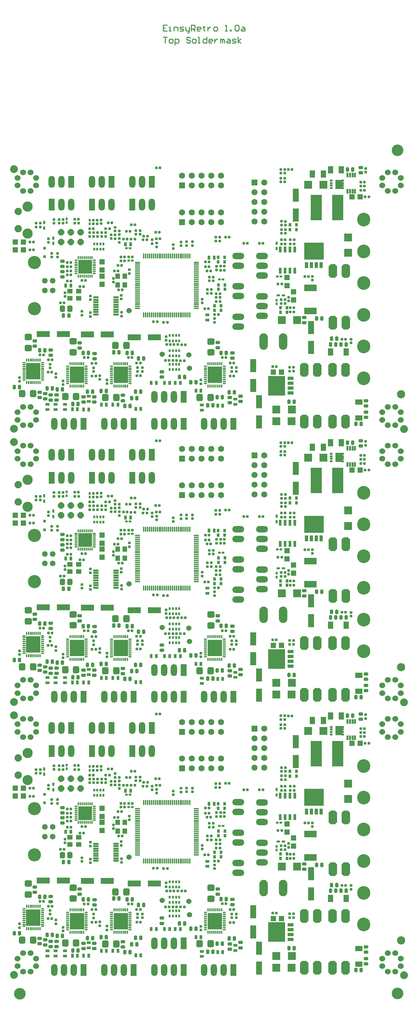
<source format=gts>
G04 Layer_Color=8388736*
%FSLAX24Y24*%
%MOIN*%
G70*
G01*
G75*
%ADD12C,0.0100*%
%ADD38C,0.0600*%
%ADD64R,0.1122X0.2598*%
%ADD120C,0.0300*%
%ADD136C,0.0840*%
%ADD213C,0.0631*%
%ADD214R,0.0460X0.0130*%
%ADD215R,0.0530X0.0170*%
G04:AMPARAMS|DCode=216|XSize=118.7mil|YSize=118.7mil|CornerRadius=59.4mil|HoleSize=0mil|Usage=FLASHONLY|Rotation=90.000|XOffset=0mil|YOffset=0mil|HoleType=Round|Shape=RoundedRectangle|*
%AMROUNDEDRECTD216*
21,1,0.1187,0.0000,0,0,90.0*
21,1,0.0000,0.1187,0,0,90.0*
1,1,0.1187,0.0000,0.0000*
1,1,0.1187,0.0000,0.0000*
1,1,0.1187,0.0000,0.0000*
1,1,0.1187,0.0000,0.0000*
%
%ADD216ROUNDEDRECTD216*%
G04:AMPARAMS|DCode=217|XSize=26mil|YSize=28mil|CornerRadius=6.4mil|HoleSize=0mil|Usage=FLASHONLY|Rotation=90.000|XOffset=0mil|YOffset=0mil|HoleType=Round|Shape=RoundedRectangle|*
%AMROUNDEDRECTD217*
21,1,0.0260,0.0152,0,0,90.0*
21,1,0.0132,0.0280,0,0,90.0*
1,1,0.0128,0.0076,0.0066*
1,1,0.0128,0.0076,-0.0066*
1,1,0.0128,-0.0076,-0.0066*
1,1,0.0128,-0.0076,0.0066*
%
%ADD217ROUNDEDRECTD217*%
G04:AMPARAMS|DCode=218|XSize=26mil|YSize=28mil|CornerRadius=6.4mil|HoleSize=0mil|Usage=FLASHONLY|Rotation=180.000|XOffset=0mil|YOffset=0mil|HoleType=Round|Shape=RoundedRectangle|*
%AMROUNDEDRECTD218*
21,1,0.0260,0.0152,0,0,180.0*
21,1,0.0132,0.0280,0,0,180.0*
1,1,0.0128,-0.0066,0.0076*
1,1,0.0128,0.0066,0.0076*
1,1,0.0128,0.0066,-0.0076*
1,1,0.0128,-0.0066,-0.0076*
%
%ADD218ROUNDEDRECTD218*%
%ADD219R,0.0240X0.0320*%
%ADD220R,0.0830X0.0830*%
%ADD221R,0.0830X0.0830*%
%ADD222R,0.0320X0.0240*%
%ADD223R,0.1457X0.1654*%
%ADD224O,0.0138X0.0375*%
%ADD225O,0.0375X0.0138*%
G04:AMPARAMS|DCode=226|XSize=33.1mil|YSize=43.4mil|CornerRadius=7.8mil|HoleSize=0mil|Usage=FLASHONLY|Rotation=90.000|XOffset=0mil|YOffset=0mil|HoleType=Round|Shape=RoundedRectangle|*
%AMROUNDEDRECTD226*
21,1,0.0331,0.0277,0,0,90.0*
21,1,0.0175,0.0434,0,0,90.0*
1,1,0.0157,0.0139,0.0087*
1,1,0.0157,0.0139,-0.0087*
1,1,0.0157,-0.0139,-0.0087*
1,1,0.0157,-0.0139,0.0087*
%
%ADD226ROUNDEDRECTD226*%
%ADD227R,0.0749X0.0583*%
G04:AMPARAMS|DCode=228|XSize=33.1mil|YSize=43.4mil|CornerRadius=7.8mil|HoleSize=0mil|Usage=FLASHONLY|Rotation=0.000|XOffset=0mil|YOffset=0mil|HoleType=Round|Shape=RoundedRectangle|*
%AMROUNDEDRECTD228*
21,1,0.0331,0.0277,0,0,0.0*
21,1,0.0175,0.0434,0,0,0.0*
1,1,0.0157,0.0087,-0.0139*
1,1,0.0157,-0.0087,-0.0139*
1,1,0.0157,-0.0087,0.0139*
1,1,0.0157,0.0087,0.0139*
%
%ADD228ROUNDEDRECTD228*%
%ADD229R,0.0304X0.0386*%
%ADD230R,0.0386X0.0304*%
G04:AMPARAMS|DCode=231|XSize=54mil|YSize=54mil|CornerRadius=27mil|HoleSize=0mil|Usage=FLASHONLY|Rotation=270.000|XOffset=0mil|YOffset=0mil|HoleType=Round|Shape=RoundedRectangle|*
%AMROUNDEDRECTD231*
21,1,0.0540,0.0000,0,0,270.0*
21,1,0.0000,0.0540,0,0,270.0*
1,1,0.0540,0.0000,0.0000*
1,1,0.0540,0.0000,0.0000*
1,1,0.0540,0.0000,0.0000*
1,1,0.0540,0.0000,0.0000*
%
%ADD231ROUNDEDRECTD231*%
%ADD232R,0.0520X0.0520*%
%ADD233R,0.0520X0.0520*%
%ADD234R,0.0460X0.0560*%
%ADD235R,0.0276X0.0355*%
%ADD236R,0.0280X0.0280*%
%ADD237R,0.1300X0.0670*%
%ADD238R,0.0560X0.0460*%
%ADD239R,0.0583X0.0749*%
G04:AMPARAMS|DCode=240|XSize=80mil|YSize=80mil|CornerRadius=40mil|HoleSize=0mil|Usage=FLASHONLY|Rotation=0.000|XOffset=0mil|YOffset=0mil|HoleType=Round|Shape=RoundedRectangle|*
%AMROUNDEDRECTD240*
21,1,0.0800,0.0000,0,0,0.0*
21,1,0.0000,0.0800,0,0,0.0*
1,1,0.0800,0.0000,0.0000*
1,1,0.0800,0.0000,0.0000*
1,1,0.0800,0.0000,0.0000*
1,1,0.0800,0.0000,0.0000*
%
%ADD240ROUNDEDRECTD240*%
%ADD241R,0.0280X0.0640*%
%ADD242R,0.0540X0.0190*%
%ADD243R,0.0240X0.0300*%
G04:AMPARAMS|DCode=244|XSize=67mil|YSize=75mil|CornerRadius=17.7mil|HoleSize=0mil|Usage=FLASHONLY|Rotation=90.000|XOffset=0mil|YOffset=0mil|HoleType=Round|Shape=RoundedRectangle|*
%AMROUNDEDRECTD244*
21,1,0.0670,0.0395,0,0,90.0*
21,1,0.0315,0.0750,0,0,90.0*
1,1,0.0355,0.0198,0.0158*
1,1,0.0355,0.0198,-0.0158*
1,1,0.0355,-0.0198,-0.0158*
1,1,0.0355,-0.0198,0.0158*
%
%ADD244ROUNDEDRECTD244*%
G04:AMPARAMS|DCode=245|XSize=67mil|YSize=75mil|CornerRadius=17.7mil|HoleSize=0mil|Usage=FLASHONLY|Rotation=180.000|XOffset=0mil|YOffset=0mil|HoleType=Round|Shape=RoundedRectangle|*
%AMROUNDEDRECTD245*
21,1,0.0670,0.0395,0,0,180.0*
21,1,0.0315,0.0750,0,0,180.0*
1,1,0.0355,-0.0158,0.0198*
1,1,0.0355,0.0158,0.0198*
1,1,0.0355,0.0158,-0.0198*
1,1,0.0355,-0.0158,-0.0198*
%
%ADD245ROUNDEDRECTD245*%
%ADD246R,0.1379X0.0591*%
G04:AMPARAMS|DCode=247|XSize=56mil|YSize=64mil|CornerRadius=15mil|HoleSize=0mil|Usage=FLASHONLY|Rotation=180.000|XOffset=0mil|YOffset=0mil|HoleType=Round|Shape=RoundedRectangle|*
%AMROUNDEDRECTD247*
21,1,0.0560,0.0340,0,0,180.0*
21,1,0.0260,0.0640,0,0,180.0*
1,1,0.0300,-0.0130,0.0170*
1,1,0.0300,0.0130,0.0170*
1,1,0.0300,0.0130,-0.0170*
1,1,0.0300,-0.0130,-0.0170*
%
%ADD247ROUNDEDRECTD247*%
%ADD248R,0.0591X0.1379*%
%ADD249R,0.0600X0.0320*%
%ADD250R,0.1740X0.2010*%
%ADD251R,0.2010X0.1740*%
%ADD252R,0.0320X0.0600*%
%ADD253R,0.0257X0.0237*%
%ADD254O,0.0138X0.0552*%
%ADD255O,0.0552X0.0138*%
%ADD256R,0.0237X0.0257*%
%ADD257R,0.1410X0.1410*%
G04:AMPARAMS|DCode=258|XSize=15mil|YSize=35.4mil|CornerRadius=6.4mil|HoleSize=0mil|Usage=FLASHONLY|Rotation=270.000|XOffset=0mil|YOffset=0mil|HoleType=Round|Shape=RoundedRectangle|*
%AMROUNDEDRECTD258*
21,1,0.0150,0.0227,0,0,270.0*
21,1,0.0022,0.0354,0,0,270.0*
1,1,0.0128,-0.0113,-0.0011*
1,1,0.0128,-0.0113,0.0011*
1,1,0.0128,0.0113,0.0011*
1,1,0.0128,0.0113,-0.0011*
%
%ADD258ROUNDEDRECTD258*%
G04:AMPARAMS|DCode=259|XSize=15mil|YSize=35.4mil|CornerRadius=6.4mil|HoleSize=0mil|Usage=FLASHONLY|Rotation=180.000|XOffset=0mil|YOffset=0mil|HoleType=Round|Shape=RoundedRectangle|*
%AMROUNDEDRECTD259*
21,1,0.0150,0.0227,0,0,180.0*
21,1,0.0022,0.0354,0,0,180.0*
1,1,0.0128,-0.0011,0.0113*
1,1,0.0128,0.0011,0.0113*
1,1,0.0128,0.0011,-0.0113*
1,1,0.0128,-0.0011,-0.0113*
%
%ADD259ROUNDEDRECTD259*%
G04:AMPARAMS|DCode=260|XSize=27.6mil|YSize=28mil|CornerRadius=6.7mil|HoleSize=0mil|Usage=FLASHONLY|Rotation=90.000|XOffset=0mil|YOffset=0mil|HoleType=Round|Shape=RoundedRectangle|*
%AMROUNDEDRECTD260*
21,1,0.0276,0.0146,0,0,90.0*
21,1,0.0142,0.0280,0,0,90.0*
1,1,0.0134,0.0073,0.0071*
1,1,0.0134,0.0073,-0.0071*
1,1,0.0134,-0.0073,-0.0071*
1,1,0.0134,-0.0073,0.0071*
%
%ADD260ROUNDEDRECTD260*%
%ADD261R,0.0552X0.0749*%
%ADD262R,0.0212X0.0493*%
%ADD263R,0.0316X0.0205*%
%ADD264R,0.0768X0.0973*%
%ADD265R,0.0640X0.1240*%
%ADD266O,0.0640X0.1240*%
G04:AMPARAMS|DCode=267|XSize=137mil|YSize=87mil|CornerRadius=0mil|HoleSize=0mil|Usage=FLASHONLY|Rotation=270.000|XOffset=0mil|YOffset=0mil|HoleType=Round|Shape=Octagon|*
%AMOCTAGOND267*
4,1,8,-0.0217,-0.0685,0.0217,-0.0685,0.0435,-0.0467,0.0435,0.0467,0.0217,0.0685,-0.0217,0.0685,-0.0435,0.0467,-0.0435,-0.0467,-0.0217,-0.0685,0.0*
%
%ADD267OCTAGOND267*%

%ADD268O,0.1240X0.0640*%
%ADD269P,0.0801X8X292.5*%
%ADD270C,0.1040*%
%ADD271C,0.0580*%
%ADD272C,0.1345*%
%ADD273P,0.0714X8X22.5*%
%ADD274O,0.0865X0.1690*%
%ADD275R,0.0631X0.0631*%
%ADD276C,0.0631*%
%ADD277O,0.1340X0.1400*%
%ADD278R,0.0631X0.0631*%
G54D12*
X18478Y99328D02*
X18878D01*
X18678D01*
Y98728D01*
X19178D02*
X19378D01*
X19478Y98828D01*
Y99028D01*
X19378Y99128D01*
X19178D01*
X19078Y99028D01*
Y98828D01*
X19178Y98728D01*
X19678Y98528D02*
Y99128D01*
X19978D01*
X20078Y99028D01*
Y98828D01*
X19978Y98728D01*
X19678D01*
X21277Y99228D02*
X21177Y99328D01*
X20978D01*
X20878Y99228D01*
Y99128D01*
X20978Y99028D01*
X21177D01*
X21277Y98928D01*
Y98828D01*
X21177Y98728D01*
X20978D01*
X20878Y98828D01*
X21577Y98728D02*
X21777D01*
X21877Y98828D01*
Y99028D01*
X21777Y99128D01*
X21577D01*
X21477Y99028D01*
Y98828D01*
X21577Y98728D01*
X22077D02*
X22277D01*
X22177D01*
Y99328D01*
X22077D01*
X22977D02*
Y98728D01*
X22677D01*
X22577Y98828D01*
Y99028D01*
X22677Y99128D01*
X22977D01*
X23477Y98728D02*
X23277D01*
X23177Y98828D01*
Y99028D01*
X23277Y99128D01*
X23477D01*
X23577Y99028D01*
Y98928D01*
X23177D01*
X23777Y99128D02*
Y98728D01*
Y98928D01*
X23877Y99028D01*
X23977Y99128D01*
X24077D01*
X24376Y98728D02*
Y99128D01*
X24476D01*
X24576Y99028D01*
Y98728D01*
Y99028D01*
X24676Y99128D01*
X24776Y99028D01*
Y98728D01*
X25076Y99128D02*
X25276D01*
X25376Y99028D01*
Y98728D01*
X25076D01*
X24976Y98828D01*
X25076Y98928D01*
X25376D01*
X25576Y98728D02*
X25876D01*
X25976Y98828D01*
X25876Y98928D01*
X25676D01*
X25576Y99028D01*
X25676Y99128D01*
X25976D01*
X26176Y98728D02*
Y99328D01*
Y98928D02*
X26476Y99128D01*
X26176Y98928D02*
X26476Y98728D01*
X18878Y100578D02*
X18478D01*
Y99978D01*
X18878D01*
X18478Y100278D02*
X18678D01*
X19078Y99978D02*
X19278D01*
X19178D01*
Y100378D01*
X19078D01*
X19578Y99978D02*
Y100378D01*
X19878D01*
X19978Y100278D01*
Y99978D01*
X20178D02*
X20478D01*
X20578Y100078D01*
X20478Y100178D01*
X20278D01*
X20178Y100278D01*
X20278Y100378D01*
X20578D01*
X20778D02*
Y100078D01*
X20878Y99978D01*
X21177D01*
Y99878D01*
X21078Y99778D01*
X20978D01*
X21177Y99978D02*
Y100378D01*
X21377Y99978D02*
Y100578D01*
X21677D01*
X21777Y100478D01*
Y100278D01*
X21677Y100178D01*
X21377D01*
X21577D02*
X21777Y99978D01*
X22277D02*
X22077D01*
X21977Y100078D01*
Y100278D01*
X22077Y100378D01*
X22277D01*
X22377Y100278D01*
Y100178D01*
X21977D01*
X22677Y100478D02*
Y100378D01*
X22577D01*
X22777D01*
X22677D01*
Y100078D01*
X22777Y99978D01*
X23077Y100378D02*
Y99978D01*
Y100178D01*
X23177Y100278D01*
X23277Y100378D01*
X23377D01*
X23777Y99978D02*
X23977D01*
X24077Y100078D01*
Y100278D01*
X23977Y100378D01*
X23777D01*
X23677Y100278D01*
Y100078D01*
X23777Y99978D01*
X24876D02*
X25076D01*
X24976D01*
Y100578D01*
X24876Y100478D01*
X25376Y99978D02*
Y100078D01*
X25476D01*
Y99978D01*
X25376D01*
X25876Y100478D02*
X25976Y100578D01*
X26176D01*
X26276Y100478D01*
Y100078D01*
X26176Y99978D01*
X25976D01*
X25876Y100078D01*
Y100478D01*
X26576Y100378D02*
X26776D01*
X26876Y100278D01*
Y99978D01*
X26576D01*
X26476Y100078D01*
X26576Y100178D01*
X26876D01*
G54D38*
X4904Y3566D02*
D03*
X4117D02*
D03*
X3566Y4117D02*
D03*
Y4904D02*
D03*
X4117Y5455D02*
D03*
X4904D02*
D03*
X5455Y4904D02*
D03*
Y4117D02*
D03*
X4904Y27581D02*
D03*
X4117D02*
D03*
X3566Y28132D02*
D03*
Y28920D02*
D03*
X4117Y29471D02*
D03*
X4904D02*
D03*
X5455Y28920D02*
D03*
Y28132D02*
D03*
X42306Y27581D02*
D03*
X41518D02*
D03*
X40967Y28132D02*
D03*
Y28920D02*
D03*
X41518Y29471D02*
D03*
X42306D02*
D03*
X42857Y28920D02*
D03*
Y28132D02*
D03*
X42306Y3566D02*
D03*
X41518D02*
D03*
X40967Y4117D02*
D03*
Y4904D02*
D03*
X41518Y5455D02*
D03*
X42306D02*
D03*
X42857Y4904D02*
D03*
Y4117D02*
D03*
X4904Y31558D02*
D03*
X4117D02*
D03*
X3566Y32109D02*
D03*
Y32896D02*
D03*
X4117Y33447D02*
D03*
X4904D02*
D03*
X5455Y32896D02*
D03*
Y32109D02*
D03*
X4904Y55573D02*
D03*
X4117D02*
D03*
X3566Y56125D02*
D03*
Y56912D02*
D03*
X4117Y57463D02*
D03*
X4904D02*
D03*
X5455Y56912D02*
D03*
Y56125D02*
D03*
X42306Y55573D02*
D03*
X41518D02*
D03*
X40967Y56125D02*
D03*
Y56912D02*
D03*
X41518Y57463D02*
D03*
X42306D02*
D03*
X42857Y56912D02*
D03*
Y56125D02*
D03*
X42306Y31558D02*
D03*
X41518D02*
D03*
X40967Y32109D02*
D03*
Y32896D02*
D03*
X41518Y33447D02*
D03*
X42306D02*
D03*
X42857Y32896D02*
D03*
Y32109D02*
D03*
X4904Y59550D02*
D03*
X4117D02*
D03*
X3566Y60101D02*
D03*
Y60888D02*
D03*
X4117Y61440D02*
D03*
X4904D02*
D03*
X5455Y60888D02*
D03*
Y60101D02*
D03*
X4904Y83566D02*
D03*
X4117D02*
D03*
X3566Y84117D02*
D03*
Y84904D02*
D03*
X4117Y85455D02*
D03*
X4904D02*
D03*
X5455Y84904D02*
D03*
Y84117D02*
D03*
X42306Y83566D02*
D03*
X41518D02*
D03*
X40967Y84117D02*
D03*
Y84904D02*
D03*
X41518Y85455D02*
D03*
X42306D02*
D03*
X42857Y84904D02*
D03*
Y84117D02*
D03*
X42306Y59550D02*
D03*
X41518D02*
D03*
X40967Y60101D02*
D03*
Y60888D02*
D03*
X41518Y61440D02*
D03*
X42306D02*
D03*
X42857Y60888D02*
D03*
Y60101D02*
D03*
G54D64*
X36404Y25892D02*
D03*
X34180D02*
D03*
X36404Y53884D02*
D03*
X34180D02*
D03*
X36404Y81876D02*
D03*
X34180D02*
D03*
G54D120*
X23356Y9390D02*
D03*
X24222Y8090D02*
D03*
X23789D02*
D03*
X23356D02*
D03*
X24222Y8523D02*
D03*
X23789D02*
D03*
X23356D02*
D03*
X24222Y8956D02*
D03*
X23789D02*
D03*
X23356D02*
D03*
X24222Y9390D02*
D03*
X23789D02*
D03*
X14149D02*
D03*
X14582D02*
D03*
X13716Y8956D02*
D03*
X14149D02*
D03*
X14582D02*
D03*
X13716Y8523D02*
D03*
X14149D02*
D03*
X14582D02*
D03*
X13716Y8090D02*
D03*
X14149D02*
D03*
X14582D02*
D03*
X13716Y9390D02*
D03*
X9216D02*
D03*
X10082Y8090D02*
D03*
X9649D02*
D03*
X9216D02*
D03*
X10082Y8523D02*
D03*
X9649D02*
D03*
X9216D02*
D03*
X10082Y8956D02*
D03*
X9649D02*
D03*
X9216D02*
D03*
X10082Y9390D02*
D03*
X9649D02*
D03*
X5176Y9750D02*
D03*
X5609D02*
D03*
X4743Y9316D02*
D03*
X5176D02*
D03*
X5609D02*
D03*
X4743Y8883D02*
D03*
X5176D02*
D03*
X5609D02*
D03*
X4743Y8450D02*
D03*
X5176D02*
D03*
X5609D02*
D03*
X4743Y9750D02*
D03*
X30707Y8016D02*
D03*
Y8416D02*
D03*
X30307D02*
D03*
Y8016D02*
D03*
X29907D02*
D03*
Y8416D02*
D03*
X29507D02*
D03*
Y8016D02*
D03*
Y7216D02*
D03*
Y6816D02*
D03*
X29907D02*
D03*
Y7216D02*
D03*
X30307D02*
D03*
Y6816D02*
D03*
X30707D02*
D03*
Y7216D02*
D03*
Y7616D02*
D03*
X30307D02*
D03*
X29507D02*
D03*
X29907D02*
D03*
X33961Y21627D02*
D03*
Y22027D02*
D03*
Y21227D02*
D03*
Y20827D02*
D03*
X33561D02*
D03*
X33161D02*
D03*
Y21227D02*
D03*
X33561D02*
D03*
Y21627D02*
D03*
X33161D02*
D03*
Y22027D02*
D03*
X33561D02*
D03*
X34361D02*
D03*
X34761D02*
D03*
Y21627D02*
D03*
X34361D02*
D03*
Y21227D02*
D03*
X34761D02*
D03*
Y20827D02*
D03*
X34361D02*
D03*
X10873Y20173D02*
D03*
Y19799D02*
D03*
Y19425D02*
D03*
X10499D02*
D03*
X10125Y19416D02*
D03*
X10127Y19799D02*
D03*
X10123Y20177D02*
D03*
X10499Y20173D02*
D03*
Y19799D02*
D03*
X23356Y37382D02*
D03*
X24222Y36082D02*
D03*
X23789D02*
D03*
X23356D02*
D03*
X24222Y36516D02*
D03*
X23789D02*
D03*
X23356D02*
D03*
X24222Y36949D02*
D03*
X23789D02*
D03*
X23356D02*
D03*
X24222Y37382D02*
D03*
X23789D02*
D03*
X14149D02*
D03*
X14582D02*
D03*
X13716Y36949D02*
D03*
X14149D02*
D03*
X14582D02*
D03*
X13716Y36516D02*
D03*
X14149D02*
D03*
X14582D02*
D03*
X13716Y36082D02*
D03*
X14149D02*
D03*
X14582D02*
D03*
X13716Y37382D02*
D03*
X9216D02*
D03*
X10082Y36082D02*
D03*
X9649D02*
D03*
X9216D02*
D03*
X10082Y36516D02*
D03*
X9649D02*
D03*
X9216D02*
D03*
X10082Y36949D02*
D03*
X9649D02*
D03*
X9216D02*
D03*
X10082Y37382D02*
D03*
X9649D02*
D03*
X5176Y37742D02*
D03*
X5609D02*
D03*
X4743Y37309D02*
D03*
X5176D02*
D03*
X5609D02*
D03*
X4743Y36876D02*
D03*
X5176D02*
D03*
X5609D02*
D03*
X4743Y36442D02*
D03*
X5176D02*
D03*
X5609D02*
D03*
X4743Y37742D02*
D03*
X30707Y36008D02*
D03*
Y36408D02*
D03*
X30307D02*
D03*
Y36008D02*
D03*
X29907D02*
D03*
Y36408D02*
D03*
X29507D02*
D03*
Y36008D02*
D03*
Y35208D02*
D03*
Y34808D02*
D03*
X29907D02*
D03*
Y35208D02*
D03*
X30307D02*
D03*
Y34808D02*
D03*
X30707D02*
D03*
Y35208D02*
D03*
Y35608D02*
D03*
X30307D02*
D03*
X29507D02*
D03*
X29907D02*
D03*
X33961Y49619D02*
D03*
Y50019D02*
D03*
Y49219D02*
D03*
Y48819D02*
D03*
X33561D02*
D03*
X33161D02*
D03*
Y49219D02*
D03*
X33561D02*
D03*
Y49619D02*
D03*
X33161D02*
D03*
Y50019D02*
D03*
X33561D02*
D03*
X34361D02*
D03*
X34761D02*
D03*
Y49619D02*
D03*
X34361D02*
D03*
Y49219D02*
D03*
X34761D02*
D03*
Y48819D02*
D03*
X34361D02*
D03*
X10873Y48166D02*
D03*
Y47792D02*
D03*
Y47417D02*
D03*
X10499D02*
D03*
X10125Y47408D02*
D03*
X10127Y47792D02*
D03*
X10123Y48169D02*
D03*
X10499Y48166D02*
D03*
Y47792D02*
D03*
X23356Y65374D02*
D03*
X24222Y64075D02*
D03*
X23789D02*
D03*
X23356D02*
D03*
X24222Y64508D02*
D03*
X23789D02*
D03*
X23356D02*
D03*
X24222Y64941D02*
D03*
X23789D02*
D03*
X23356D02*
D03*
X24222Y65374D02*
D03*
X23789D02*
D03*
X14149D02*
D03*
X14582D02*
D03*
X13716Y64941D02*
D03*
X14149D02*
D03*
X14582D02*
D03*
X13716Y64508D02*
D03*
X14149D02*
D03*
X14582D02*
D03*
X13716Y64075D02*
D03*
X14149D02*
D03*
X14582D02*
D03*
X13716Y65374D02*
D03*
X9216D02*
D03*
X10082Y64075D02*
D03*
X9649D02*
D03*
X9216D02*
D03*
X10082Y64508D02*
D03*
X9649D02*
D03*
X9216D02*
D03*
X10082Y64941D02*
D03*
X9649D02*
D03*
X9216D02*
D03*
X10082Y65374D02*
D03*
X9649D02*
D03*
X5176Y65734D02*
D03*
X5609D02*
D03*
X4743Y65301D02*
D03*
X5176D02*
D03*
X5609D02*
D03*
X4743Y64868D02*
D03*
X5176D02*
D03*
X5609D02*
D03*
X4743Y64435D02*
D03*
X5176D02*
D03*
X5609D02*
D03*
X4743Y65734D02*
D03*
X30707Y64000D02*
D03*
Y64400D02*
D03*
X30307D02*
D03*
Y64000D02*
D03*
X29907D02*
D03*
Y64400D02*
D03*
X29507D02*
D03*
Y64000D02*
D03*
Y63200D02*
D03*
Y62800D02*
D03*
X29907D02*
D03*
Y63200D02*
D03*
X30307D02*
D03*
Y62800D02*
D03*
X30707D02*
D03*
Y63200D02*
D03*
Y63600D02*
D03*
X30307D02*
D03*
X29507D02*
D03*
X29907D02*
D03*
X33961Y77611D02*
D03*
Y78011D02*
D03*
Y77211D02*
D03*
Y76811D02*
D03*
X33561D02*
D03*
X33161D02*
D03*
Y77211D02*
D03*
X33561D02*
D03*
Y77611D02*
D03*
X33161D02*
D03*
Y78011D02*
D03*
X33561D02*
D03*
X34361D02*
D03*
X34761D02*
D03*
Y77611D02*
D03*
X34361D02*
D03*
Y77211D02*
D03*
X34761D02*
D03*
Y76811D02*
D03*
X34361D02*
D03*
X10873Y76158D02*
D03*
Y75784D02*
D03*
Y75410D02*
D03*
X10499D02*
D03*
X10125Y75400D02*
D03*
X10127Y75784D02*
D03*
X10123Y76161D02*
D03*
X10499Y76158D02*
D03*
Y75784D02*
D03*
G54D136*
X42906Y6754D02*
D03*
Y34747D02*
D03*
Y62739D02*
D03*
G54D213*
X28866Y28456D02*
D03*
Y27456D02*
D03*
Y26456D02*
D03*
Y25456D02*
D03*
Y24456D02*
D03*
Y56449D02*
D03*
Y55449D02*
D03*
Y54449D02*
D03*
Y53449D02*
D03*
Y52449D02*
D03*
Y84441D02*
D03*
Y83441D02*
D03*
Y82441D02*
D03*
Y81441D02*
D03*
Y80441D02*
D03*
G54D214*
X13641Y16675D02*
D03*
X13641Y16425D02*
D03*
X13641Y16175D02*
D03*
X13641Y15925D02*
D03*
X13641Y15675D02*
D03*
X13641Y15425D02*
D03*
Y15175D02*
D03*
X13641Y14925D02*
D03*
X11601D02*
D03*
X11601Y15175D02*
D03*
Y15425D02*
D03*
X11601Y15675D02*
D03*
X11601Y15925D02*
D03*
Y16175D02*
D03*
X11601Y16425D02*
D03*
X11601Y16675D02*
D03*
X13641Y44667D02*
D03*
X13641Y44417D02*
D03*
X13641Y44167D02*
D03*
X13641Y43917D02*
D03*
X13641Y43667D02*
D03*
X13641Y43417D02*
D03*
Y43167D02*
D03*
X13641Y42917D02*
D03*
X11601D02*
D03*
X11601Y43167D02*
D03*
Y43417D02*
D03*
X11601Y43667D02*
D03*
X11601Y43917D02*
D03*
Y44167D02*
D03*
X11601Y44417D02*
D03*
X11601Y44667D02*
D03*
X13641Y72659D02*
D03*
X13641Y72409D02*
D03*
X13641Y72159D02*
D03*
X13641Y71909D02*
D03*
X13641Y71659D02*
D03*
X13641Y71409D02*
D03*
Y71159D02*
D03*
X13641Y70909D02*
D03*
X11601D02*
D03*
X11601Y71159D02*
D03*
Y71409D02*
D03*
X11601Y71659D02*
D03*
X11601Y71909D02*
D03*
Y72159D02*
D03*
X11601Y72409D02*
D03*
X11601Y72659D02*
D03*
G54D215*
X13646Y16675D02*
D03*
X13646Y16425D02*
D03*
X13646Y16175D02*
D03*
X13646Y15925D02*
D03*
X13646Y15675D02*
D03*
X13646Y15425D02*
D03*
X13646Y15175D02*
D03*
X13646Y14925D02*
D03*
X11596Y14925D02*
D03*
X11596Y15175D02*
D03*
Y15425D02*
D03*
X11596Y15675D02*
D03*
X11596Y15925D02*
D03*
Y16175D02*
D03*
X11596Y16425D02*
D03*
Y16675D02*
D03*
X13646Y44667D02*
D03*
X13646Y44417D02*
D03*
X13646Y44167D02*
D03*
X13646Y43917D02*
D03*
X13646Y43667D02*
D03*
X13646Y43417D02*
D03*
X13646Y43167D02*
D03*
X13646Y42917D02*
D03*
X11596Y42917D02*
D03*
X11596Y43167D02*
D03*
Y43417D02*
D03*
X11596Y43667D02*
D03*
X11596Y43917D02*
D03*
Y44167D02*
D03*
X11596Y44417D02*
D03*
Y44667D02*
D03*
X13646Y72659D02*
D03*
X13646Y72409D02*
D03*
X13646Y72159D02*
D03*
X13646Y71909D02*
D03*
X13646Y71659D02*
D03*
X13646Y71409D02*
D03*
X13646Y71159D02*
D03*
X13646Y70909D02*
D03*
X11596Y70909D02*
D03*
X11596Y71159D02*
D03*
Y71409D02*
D03*
X11596Y71659D02*
D03*
X11596Y71909D02*
D03*
Y72159D02*
D03*
X11596Y72409D02*
D03*
Y72659D02*
D03*
G54D216*
X42528Y87726D02*
D03*
Y1328D02*
D03*
X3789Y1289D02*
D03*
G54D217*
X13572Y22693D02*
D03*
Y23072D02*
D03*
X12195Y22921D02*
D03*
Y23300D02*
D03*
X10965Y22921D02*
D03*
Y23300D02*
D03*
X11317Y24587D02*
D03*
Y24208D02*
D03*
X8228Y24657D02*
D03*
Y24279D02*
D03*
X12139Y24609D02*
D03*
Y24232D02*
D03*
X7289Y24659D02*
D03*
Y24282D02*
D03*
X17819Y22238D02*
D03*
Y21859D02*
D03*
X15704Y23130D02*
D03*
Y23509D02*
D03*
X20329Y21980D02*
D03*
Y22359D02*
D03*
X20909Y21990D02*
D03*
Y22369D02*
D03*
X21479Y21990D02*
D03*
Y22369D02*
D03*
X13979Y23099D02*
D03*
Y23478D02*
D03*
X18782Y12651D02*
D03*
Y12272D02*
D03*
X30614Y23618D02*
D03*
Y23239D02*
D03*
X7489Y8480D02*
D03*
Y8859D02*
D03*
X5879Y23889D02*
D03*
Y24268D02*
D03*
X6729Y22680D02*
D03*
Y22301D02*
D03*
X33799Y18430D02*
D03*
Y18809D02*
D03*
X31369Y16688D02*
D03*
Y16309D02*
D03*
X7645Y21188D02*
D03*
Y20809D02*
D03*
X17369Y22189D02*
D03*
Y22568D02*
D03*
X24339Y17059D02*
D03*
Y16680D02*
D03*
X23769Y14498D02*
D03*
Y14119D02*
D03*
X23969Y19479D02*
D03*
Y19858D02*
D03*
X39272Y29892D02*
D03*
Y29513D02*
D03*
X11979Y8280D02*
D03*
Y8659D02*
D03*
X16349Y9469D02*
D03*
Y9090D02*
D03*
X25999D02*
D03*
Y9469D02*
D03*
X11364Y23298D02*
D03*
Y22921D02*
D03*
X11774Y23298D02*
D03*
Y22921D02*
D03*
X13150Y23074D02*
D03*
Y22697D02*
D03*
X13979Y22699D02*
D03*
Y22320D02*
D03*
X16114Y23509D02*
D03*
Y23130D02*
D03*
X31024Y23618D02*
D03*
Y23239D02*
D03*
X23929Y17059D02*
D03*
Y16680D02*
D03*
X30952Y29782D02*
D03*
Y29403D02*
D03*
X30552Y29782D02*
D03*
Y29403D02*
D03*
X30619Y24084D02*
D03*
Y24463D02*
D03*
X10152Y14862D02*
D03*
Y15241D02*
D03*
X13563Y23850D02*
D03*
Y23471D02*
D03*
X11733Y24211D02*
D03*
Y24590D02*
D03*
X7815Y24657D02*
D03*
Y24279D02*
D03*
X12608Y22921D02*
D03*
Y23300D02*
D03*
X3759Y8449D02*
D03*
Y8072D02*
D03*
X6909Y9826D02*
D03*
Y9449D02*
D03*
X15029Y19119D02*
D03*
Y19496D02*
D03*
X22499Y16115D02*
D03*
Y16492D02*
D03*
X5469Y24266D02*
D03*
Y23889D02*
D03*
X8429Y17139D02*
D03*
Y16762D02*
D03*
X13379Y18229D02*
D03*
Y18606D02*
D03*
X19529Y22069D02*
D03*
Y21692D02*
D03*
X11036Y14727D02*
D03*
Y15104D02*
D03*
X14215Y15133D02*
D03*
Y14756D02*
D03*
X14205Y16882D02*
D03*
Y16505D02*
D03*
X11026Y16446D02*
D03*
Y16823D02*
D03*
X7045Y20812D02*
D03*
Y21189D02*
D03*
X11369Y9456D02*
D03*
Y9079D02*
D03*
X8219Y8109D02*
D03*
Y7732D02*
D03*
X15869Y9089D02*
D03*
Y9466D02*
D03*
X12729Y8219D02*
D03*
Y7842D02*
D03*
X25519Y9466D02*
D03*
Y9089D02*
D03*
X22369Y8199D02*
D03*
Y7822D02*
D03*
X31019Y24461D02*
D03*
Y24084D02*
D03*
X30959Y28879D02*
D03*
Y28500D02*
D03*
X30549Y28879D02*
D03*
Y28500D02*
D03*
X13572Y50685D02*
D03*
Y51064D02*
D03*
X12195Y50913D02*
D03*
Y51292D02*
D03*
X10965Y50913D02*
D03*
Y51292D02*
D03*
X11317Y52579D02*
D03*
Y52200D02*
D03*
X8228Y52650D02*
D03*
Y52271D02*
D03*
X12139Y52601D02*
D03*
Y52224D02*
D03*
X7289Y52652D02*
D03*
Y52274D02*
D03*
X17819Y50230D02*
D03*
Y49851D02*
D03*
X15704Y51123D02*
D03*
Y51501D02*
D03*
X20329Y49973D02*
D03*
Y50352D02*
D03*
X20909Y49983D02*
D03*
Y50361D02*
D03*
X21479Y49983D02*
D03*
Y50361D02*
D03*
X13979Y51091D02*
D03*
Y51470D02*
D03*
X18782Y40643D02*
D03*
Y40264D02*
D03*
X30614Y51610D02*
D03*
Y51231D02*
D03*
X7489Y36473D02*
D03*
Y36851D02*
D03*
X5879Y51881D02*
D03*
Y52260D02*
D03*
X6729Y50673D02*
D03*
Y50294D02*
D03*
X33799Y46422D02*
D03*
Y46801D02*
D03*
X31369Y44680D02*
D03*
Y44302D02*
D03*
X7645Y49181D02*
D03*
Y48802D02*
D03*
X17369Y50181D02*
D03*
Y50560D02*
D03*
X24339Y45051D02*
D03*
Y44673D02*
D03*
X23769Y42490D02*
D03*
Y42112D02*
D03*
X23969Y47471D02*
D03*
Y47850D02*
D03*
X39272Y57884D02*
D03*
Y57505D02*
D03*
X11979Y36273D02*
D03*
Y36651D02*
D03*
X16349Y37462D02*
D03*
Y37083D02*
D03*
X25999D02*
D03*
Y37462D02*
D03*
X11364Y51290D02*
D03*
Y50913D02*
D03*
X11774Y51290D02*
D03*
Y50913D02*
D03*
X13150Y51066D02*
D03*
Y50689D02*
D03*
X13979Y50691D02*
D03*
Y50313D02*
D03*
X16114Y51501D02*
D03*
Y51123D02*
D03*
X31024Y51610D02*
D03*
Y51231D02*
D03*
X23929Y45051D02*
D03*
Y44673D02*
D03*
X30952Y57774D02*
D03*
Y57395D02*
D03*
X30552Y57774D02*
D03*
Y57395D02*
D03*
X30619Y52077D02*
D03*
Y52456D02*
D03*
X10152Y42854D02*
D03*
Y43233D02*
D03*
X13563Y51843D02*
D03*
Y51464D02*
D03*
X11733Y52203D02*
D03*
Y52582D02*
D03*
X7815Y52650D02*
D03*
Y52271D02*
D03*
X12608Y50913D02*
D03*
Y51292D02*
D03*
X3759Y36442D02*
D03*
Y36065D02*
D03*
X6909Y37819D02*
D03*
Y37441D02*
D03*
X15029Y47112D02*
D03*
Y47488D02*
D03*
X22499Y44107D02*
D03*
Y44484D02*
D03*
X5469Y52259D02*
D03*
Y51881D02*
D03*
X8429Y45132D02*
D03*
Y44755D02*
D03*
X13379Y46221D02*
D03*
Y46599D02*
D03*
X19529Y50061D02*
D03*
Y49685D02*
D03*
X11036Y42719D02*
D03*
Y43096D02*
D03*
X14215Y43125D02*
D03*
Y42748D02*
D03*
X14205Y44875D02*
D03*
Y44498D02*
D03*
X11026Y44439D02*
D03*
Y44816D02*
D03*
X7045Y48804D02*
D03*
Y49181D02*
D03*
X11369Y37448D02*
D03*
Y37071D02*
D03*
X8219Y36102D02*
D03*
Y35724D02*
D03*
X15869Y37081D02*
D03*
Y37459D02*
D03*
X12729Y36212D02*
D03*
Y35835D02*
D03*
X25519Y37459D02*
D03*
Y37081D02*
D03*
X22369Y36191D02*
D03*
Y35814D02*
D03*
X31019Y52454D02*
D03*
Y52077D02*
D03*
X30959Y56872D02*
D03*
Y56493D02*
D03*
X30549Y56872D02*
D03*
Y56493D02*
D03*
X13572Y78677D02*
D03*
Y79056D02*
D03*
X12195Y78906D02*
D03*
Y79284D02*
D03*
X10965Y78905D02*
D03*
Y79284D02*
D03*
X11317Y80571D02*
D03*
Y80192D02*
D03*
X8228Y80642D02*
D03*
Y80263D02*
D03*
X12139Y80594D02*
D03*
Y80217D02*
D03*
X7289Y80644D02*
D03*
Y80267D02*
D03*
X17819Y78223D02*
D03*
Y77844D02*
D03*
X15704Y79115D02*
D03*
Y79494D02*
D03*
X20329Y77965D02*
D03*
Y78344D02*
D03*
X20909Y77975D02*
D03*
Y78354D02*
D03*
X21479Y77975D02*
D03*
Y78354D02*
D03*
X13979Y79084D02*
D03*
Y79463D02*
D03*
X18782Y68635D02*
D03*
Y68256D02*
D03*
X30614Y79603D02*
D03*
Y79224D02*
D03*
X7489Y64465D02*
D03*
Y64844D02*
D03*
X5879Y79874D02*
D03*
Y80253D02*
D03*
X6729Y78665D02*
D03*
Y78286D02*
D03*
X33799Y74414D02*
D03*
Y74793D02*
D03*
X31369Y72673D02*
D03*
Y72294D02*
D03*
X7645Y77173D02*
D03*
Y76794D02*
D03*
X17369Y78174D02*
D03*
Y78553D02*
D03*
X24339Y73044D02*
D03*
Y72665D02*
D03*
X23769Y70483D02*
D03*
Y70104D02*
D03*
X23969Y75464D02*
D03*
Y75843D02*
D03*
X39272Y85876D02*
D03*
Y85497D02*
D03*
X11979Y64265D02*
D03*
Y64644D02*
D03*
X16349Y65454D02*
D03*
Y65075D02*
D03*
X25999D02*
D03*
Y65454D02*
D03*
X11364Y79282D02*
D03*
Y78905D02*
D03*
X11774Y79282D02*
D03*
Y78905D02*
D03*
X13150Y79058D02*
D03*
Y78681D02*
D03*
X13979Y78684D02*
D03*
Y78305D02*
D03*
X16114Y79494D02*
D03*
Y79115D02*
D03*
X31024Y79603D02*
D03*
Y79224D02*
D03*
X23929Y73044D02*
D03*
Y72665D02*
D03*
X30952Y85766D02*
D03*
Y85387D02*
D03*
X30552Y85766D02*
D03*
Y85387D02*
D03*
X30619Y80069D02*
D03*
Y80448D02*
D03*
X10152Y70846D02*
D03*
Y71225D02*
D03*
X13563Y79835D02*
D03*
Y79456D02*
D03*
X11733Y80195D02*
D03*
Y80574D02*
D03*
X7815Y80642D02*
D03*
Y80263D02*
D03*
X12608Y78906D02*
D03*
Y79284D02*
D03*
X3759Y64434D02*
D03*
Y64057D02*
D03*
X6909Y65811D02*
D03*
Y65434D02*
D03*
X15029Y75104D02*
D03*
Y75481D02*
D03*
X22499Y72099D02*
D03*
Y72476D02*
D03*
X5469Y80251D02*
D03*
Y79874D02*
D03*
X8429Y73124D02*
D03*
Y72747D02*
D03*
X13379Y74214D02*
D03*
Y74591D02*
D03*
X19529Y78054D02*
D03*
Y77677D02*
D03*
X11036Y70711D02*
D03*
Y71088D02*
D03*
X14215Y71117D02*
D03*
Y70740D02*
D03*
X14205Y72867D02*
D03*
Y72490D02*
D03*
X11026Y72431D02*
D03*
Y72808D02*
D03*
X7045Y76797D02*
D03*
Y77174D02*
D03*
X11369Y65441D02*
D03*
Y65064D02*
D03*
X8219Y64094D02*
D03*
Y63717D02*
D03*
X15869Y65074D02*
D03*
Y65451D02*
D03*
X12729Y64204D02*
D03*
Y63827D02*
D03*
X25519Y65451D02*
D03*
Y65074D02*
D03*
X22369Y64184D02*
D03*
Y63807D02*
D03*
X31019Y80446D02*
D03*
Y80069D02*
D03*
X30959Y84864D02*
D03*
Y84485D02*
D03*
X30549Y84864D02*
D03*
Y84485D02*
D03*
G54D218*
X13229Y24319D02*
D03*
X12852D02*
D03*
X12601Y23699D02*
D03*
X12978D02*
D03*
X9809Y24689D02*
D03*
X9432D02*
D03*
X15325Y20812D02*
D03*
X14946D02*
D03*
X14149Y20419D02*
D03*
X14526D02*
D03*
X15215Y24104D02*
D03*
X15594D02*
D03*
X24880Y22859D02*
D03*
X25259D02*
D03*
X14730Y23459D02*
D03*
X15109D02*
D03*
X15210Y22649D02*
D03*
X15589D02*
D03*
X17730Y23339D02*
D03*
X18109D02*
D03*
X18171Y22667D02*
D03*
X17792D02*
D03*
X17507Y14179D02*
D03*
X17886D02*
D03*
X13860Y19949D02*
D03*
X14239D02*
D03*
X16510Y22959D02*
D03*
X16889D02*
D03*
X23040Y17074D02*
D03*
X23419D02*
D03*
X23040Y17464D02*
D03*
X23419D02*
D03*
X22760Y15514D02*
D03*
X23139D02*
D03*
X4823Y22349D02*
D03*
X5202D02*
D03*
X30992Y22142D02*
D03*
X30613D02*
D03*
X31543D02*
D03*
X31922D02*
D03*
X30612Y22572D02*
D03*
X30991D02*
D03*
X24389Y19459D02*
D03*
X24768D02*
D03*
X4820Y21539D02*
D03*
X5199D02*
D03*
X24319Y16229D02*
D03*
X23940D02*
D03*
X30098Y9569D02*
D03*
X29719D02*
D03*
X31849Y9509D02*
D03*
X31470D02*
D03*
X31852Y9104D02*
D03*
X31473D02*
D03*
X33396Y18799D02*
D03*
X33017D02*
D03*
X39200Y26978D02*
D03*
X39579D02*
D03*
X8660Y19389D02*
D03*
X9039D02*
D03*
Y19799D02*
D03*
X8660D02*
D03*
X30652Y18032D02*
D03*
X30273D02*
D03*
X24768Y19879D02*
D03*
X24389D02*
D03*
X31921Y22572D02*
D03*
X31542D02*
D03*
X39135Y27652D02*
D03*
X38756D02*
D03*
X16818Y22569D02*
D03*
X16439D02*
D03*
X30610Y16459D02*
D03*
X30989D02*
D03*
X30988Y16059D02*
D03*
X30609D02*
D03*
X23618Y18369D02*
D03*
X23239D02*
D03*
X24149Y14899D02*
D03*
X23770D02*
D03*
X31908Y15179D02*
D03*
X31529D02*
D03*
X14152Y20807D02*
D03*
X14531D02*
D03*
X11341Y23711D02*
D03*
X10962D02*
D03*
X9036Y18349D02*
D03*
X8659D02*
D03*
X31706Y29779D02*
D03*
X31329D02*
D03*
X17789Y29959D02*
D03*
X18166D02*
D03*
X7109Y10279D02*
D03*
X6732D02*
D03*
X6226Y10769D02*
D03*
X5849D02*
D03*
X6699Y8999D02*
D03*
X7076D02*
D03*
X22827Y19806D02*
D03*
X23204D02*
D03*
X18916Y14117D02*
D03*
X18539D02*
D03*
X8339Y16099D02*
D03*
X7962D02*
D03*
X9036Y18989D02*
D03*
X8659D02*
D03*
X13859Y19364D02*
D03*
X13482D02*
D03*
X9036Y20229D02*
D03*
X8659D02*
D03*
X9962Y17769D02*
D03*
X10339D02*
D03*
X10146Y18417D02*
D03*
X10523D02*
D03*
X14296Y17451D02*
D03*
X13919D02*
D03*
X22985Y19392D02*
D03*
X23362D02*
D03*
X22822Y20319D02*
D03*
X23199D02*
D03*
X20764Y11828D02*
D03*
X20387D02*
D03*
X20277Y10194D02*
D03*
X20654D02*
D03*
X19606Y11838D02*
D03*
X19983D02*
D03*
X19873Y10204D02*
D03*
X19496D02*
D03*
X18858Y11838D02*
D03*
X19235D02*
D03*
X19096Y10204D02*
D03*
X18719D02*
D03*
X23619Y18749D02*
D03*
X23242D02*
D03*
X11583Y9919D02*
D03*
X11206D02*
D03*
X10786Y10509D02*
D03*
X10409D02*
D03*
X11209Y8619D02*
D03*
X11586D02*
D03*
X15772Y9929D02*
D03*
X16149D02*
D03*
X15296Y10509D02*
D03*
X14919D02*
D03*
X16176Y8639D02*
D03*
X15799D02*
D03*
X25729Y9929D02*
D03*
X25352D02*
D03*
X24926Y10519D02*
D03*
X24549D02*
D03*
X25359Y8599D02*
D03*
X25736D02*
D03*
X31529Y15609D02*
D03*
X31906D02*
D03*
X9436Y24278D02*
D03*
X9815D02*
D03*
X14429Y22659D02*
D03*
X14808D02*
D03*
X37191Y12392D02*
D03*
X36812D02*
D03*
X39135Y28479D02*
D03*
X38756D02*
D03*
X39133Y28065D02*
D03*
X38756D02*
D03*
X27138Y22199D02*
D03*
X26759D02*
D03*
X28359D02*
D03*
X28738D02*
D03*
X24278Y22429D02*
D03*
X23899D02*
D03*
X24279Y22839D02*
D03*
X23900D02*
D03*
X13229Y52312D02*
D03*
X12852D02*
D03*
X12601Y51691D02*
D03*
X12978D02*
D03*
X9809Y52681D02*
D03*
X9432D02*
D03*
X15325Y48804D02*
D03*
X14946D02*
D03*
X14149Y48411D02*
D03*
X14526D02*
D03*
X15215Y52096D02*
D03*
X15594D02*
D03*
X24880Y50851D02*
D03*
X25259D02*
D03*
X14730Y51452D02*
D03*
X15109D02*
D03*
X15210Y50641D02*
D03*
X15589D02*
D03*
X17730Y51332D02*
D03*
X18109D02*
D03*
X18171Y50659D02*
D03*
X17792D02*
D03*
X17507Y42172D02*
D03*
X17886D02*
D03*
X13860Y47941D02*
D03*
X14239D02*
D03*
X16510Y50951D02*
D03*
X16889D02*
D03*
X23040Y45067D02*
D03*
X23419D02*
D03*
X23040Y45457D02*
D03*
X23419D02*
D03*
X22760Y43507D02*
D03*
X23139D02*
D03*
X4823Y50342D02*
D03*
X5202D02*
D03*
X30992Y50134D02*
D03*
X30613D02*
D03*
X31543D02*
D03*
X31922D02*
D03*
X30612Y50564D02*
D03*
X30991D02*
D03*
X24389Y47452D02*
D03*
X24768D02*
D03*
X4820Y49531D02*
D03*
X5199D02*
D03*
X24319Y44222D02*
D03*
X23940D02*
D03*
X30098Y37562D02*
D03*
X29719D02*
D03*
X31849Y37501D02*
D03*
X31470D02*
D03*
X31852Y37096D02*
D03*
X31473D02*
D03*
X33396Y46791D02*
D03*
X33017D02*
D03*
X39200Y54970D02*
D03*
X39579D02*
D03*
X8660Y47382D02*
D03*
X9039D02*
D03*
Y47792D02*
D03*
X8660D02*
D03*
X30652Y46024D02*
D03*
X30273D02*
D03*
X24768Y47871D02*
D03*
X24389D02*
D03*
X31921Y50564D02*
D03*
X31542D02*
D03*
X39135Y55644D02*
D03*
X38756D02*
D03*
X16818Y50561D02*
D03*
X16439D02*
D03*
X30610Y44451D02*
D03*
X30989D02*
D03*
X30988Y44051D02*
D03*
X30609D02*
D03*
X23618Y46361D02*
D03*
X23239D02*
D03*
X24149Y42892D02*
D03*
X23770D02*
D03*
X31908Y43172D02*
D03*
X31529D02*
D03*
X14152Y48799D02*
D03*
X14531D02*
D03*
X11341Y51703D02*
D03*
X10962D02*
D03*
X9036Y46342D02*
D03*
X8659D02*
D03*
X31706Y57772D02*
D03*
X31329D02*
D03*
X17789Y57951D02*
D03*
X18166D02*
D03*
X7109Y38272D02*
D03*
X6732D02*
D03*
X6226Y38761D02*
D03*
X5849D02*
D03*
X6699Y36992D02*
D03*
X7076D02*
D03*
X22827Y47798D02*
D03*
X23204D02*
D03*
X18916Y42109D02*
D03*
X18539D02*
D03*
X8339Y44092D02*
D03*
X7962D02*
D03*
X9036Y46982D02*
D03*
X8659D02*
D03*
X13859Y47357D02*
D03*
X13482D02*
D03*
X9036Y48222D02*
D03*
X8659D02*
D03*
X9962Y45761D02*
D03*
X10339D02*
D03*
X10146Y46409D02*
D03*
X10523D02*
D03*
X14296Y45444D02*
D03*
X13919D02*
D03*
X22985Y47384D02*
D03*
X23362D02*
D03*
X22822Y48312D02*
D03*
X23199D02*
D03*
X20764Y39820D02*
D03*
X20387D02*
D03*
X20277Y38186D02*
D03*
X20654D02*
D03*
X19606Y39830D02*
D03*
X19983D02*
D03*
X19873Y38196D02*
D03*
X19496D02*
D03*
X18858Y39830D02*
D03*
X19235D02*
D03*
X19096Y38196D02*
D03*
X18719D02*
D03*
X23619Y46741D02*
D03*
X23242D02*
D03*
X11583Y37912D02*
D03*
X11206D02*
D03*
X10786Y38502D02*
D03*
X10409D02*
D03*
X11209Y36611D02*
D03*
X11586D02*
D03*
X15772Y37922D02*
D03*
X16149D02*
D03*
X15296Y38502D02*
D03*
X14919D02*
D03*
X16176Y36632D02*
D03*
X15799D02*
D03*
X25729Y37922D02*
D03*
X25352D02*
D03*
X24926Y38512D02*
D03*
X24549D02*
D03*
X25359Y36591D02*
D03*
X25736D02*
D03*
X31529Y43601D02*
D03*
X31906D02*
D03*
X9436Y52270D02*
D03*
X9815D02*
D03*
X14429Y50651D02*
D03*
X14808D02*
D03*
X37191Y40384D02*
D03*
X36812D02*
D03*
X39135Y56471D02*
D03*
X38756D02*
D03*
X39133Y56057D02*
D03*
X38756D02*
D03*
X27138Y50191D02*
D03*
X26759D02*
D03*
X28359D02*
D03*
X28738D02*
D03*
X24278Y50422D02*
D03*
X23899D02*
D03*
X24279Y50831D02*
D03*
X23900D02*
D03*
X13229Y80304D02*
D03*
X12852D02*
D03*
X12601Y79684D02*
D03*
X12978D02*
D03*
X9809Y80674D02*
D03*
X9432D02*
D03*
X15325Y76796D02*
D03*
X14946D02*
D03*
X14149Y76404D02*
D03*
X14526D02*
D03*
X15215Y80089D02*
D03*
X15594D02*
D03*
X24880Y78844D02*
D03*
X25259D02*
D03*
X14730Y79444D02*
D03*
X15109D02*
D03*
X15210Y78634D02*
D03*
X15589D02*
D03*
X17730Y79324D02*
D03*
X18109D02*
D03*
X18171Y78652D02*
D03*
X17792D02*
D03*
X17507Y70164D02*
D03*
X17886D02*
D03*
X13860Y75934D02*
D03*
X14239D02*
D03*
X16510Y78944D02*
D03*
X16889D02*
D03*
X23040Y73059D02*
D03*
X23419D02*
D03*
X23040Y73449D02*
D03*
X23419D02*
D03*
X22760Y71499D02*
D03*
X23139D02*
D03*
X4823Y78334D02*
D03*
X5202D02*
D03*
X30992Y78126D02*
D03*
X30613D02*
D03*
X31543D02*
D03*
X31922D02*
D03*
X30612Y78556D02*
D03*
X30991D02*
D03*
X24389Y75444D02*
D03*
X24768D02*
D03*
X4820Y77524D02*
D03*
X5199D02*
D03*
X24319Y72214D02*
D03*
X23940D02*
D03*
X30098Y65554D02*
D03*
X29719D02*
D03*
X31849Y65494D02*
D03*
X31470D02*
D03*
X31852Y65089D02*
D03*
X31473D02*
D03*
X33396Y74783D02*
D03*
X33017D02*
D03*
X39200Y82963D02*
D03*
X39579D02*
D03*
X8660Y75374D02*
D03*
X9039D02*
D03*
Y75784D02*
D03*
X8660D02*
D03*
X30652Y74016D02*
D03*
X30273D02*
D03*
X24768Y75864D02*
D03*
X24389D02*
D03*
X31921Y78556D02*
D03*
X31542D02*
D03*
X39135Y83636D02*
D03*
X38756D02*
D03*
X16818Y78554D02*
D03*
X16439D02*
D03*
X30610Y72444D02*
D03*
X30989D02*
D03*
X30988Y72044D02*
D03*
X30609D02*
D03*
X23618Y74354D02*
D03*
X23239D02*
D03*
X24149Y70884D02*
D03*
X23770D02*
D03*
X31908Y71164D02*
D03*
X31529D02*
D03*
X14152Y76791D02*
D03*
X14531D02*
D03*
X11341Y79695D02*
D03*
X10962D02*
D03*
X9036Y74334D02*
D03*
X8659D02*
D03*
X31706Y85764D02*
D03*
X31329D02*
D03*
X17789Y85944D02*
D03*
X18166D02*
D03*
X7109Y66264D02*
D03*
X6732D02*
D03*
X6226Y66754D02*
D03*
X5849D02*
D03*
X6699Y64984D02*
D03*
X7076D02*
D03*
X22827Y75790D02*
D03*
X23204D02*
D03*
X18916Y70102D02*
D03*
X18539D02*
D03*
X8339Y72084D02*
D03*
X7962D02*
D03*
X9036Y74974D02*
D03*
X8659D02*
D03*
X13859Y75349D02*
D03*
X13482D02*
D03*
X9036Y76214D02*
D03*
X8659D02*
D03*
X9962Y73754D02*
D03*
X10339D02*
D03*
X10146Y74401D02*
D03*
X10523D02*
D03*
X14296Y73436D02*
D03*
X13919D02*
D03*
X22985Y75377D02*
D03*
X23362D02*
D03*
X22822Y76304D02*
D03*
X23199D02*
D03*
X20764Y67812D02*
D03*
X20387D02*
D03*
X20277Y66178D02*
D03*
X20654D02*
D03*
X19606Y67822D02*
D03*
X19983D02*
D03*
X19873Y66188D02*
D03*
X19496D02*
D03*
X18858Y67822D02*
D03*
X19235D02*
D03*
X19096Y66188D02*
D03*
X18719D02*
D03*
X23619Y74734D02*
D03*
X23242D02*
D03*
X11583Y65904D02*
D03*
X11206D02*
D03*
X10786Y66494D02*
D03*
X10409D02*
D03*
X11209Y64604D02*
D03*
X11586D02*
D03*
X15772Y65914D02*
D03*
X16149D02*
D03*
X15296Y66494D02*
D03*
X14919D02*
D03*
X16176Y64624D02*
D03*
X15799D02*
D03*
X25729Y65914D02*
D03*
X25352D02*
D03*
X24926Y66504D02*
D03*
X24549D02*
D03*
X25359Y64584D02*
D03*
X25736D02*
D03*
X31529Y71594D02*
D03*
X31906D02*
D03*
X9436Y80263D02*
D03*
X9815D02*
D03*
X14429Y78644D02*
D03*
X14808D02*
D03*
X37191Y68376D02*
D03*
X36812D02*
D03*
X39135Y84463D02*
D03*
X38756D02*
D03*
X39133Y84049D02*
D03*
X38756D02*
D03*
X27138Y78184D02*
D03*
X26759D02*
D03*
X28359D02*
D03*
X28738D02*
D03*
X24278Y78414D02*
D03*
X23899D02*
D03*
X24279Y78824D02*
D03*
X23900D02*
D03*
G54D219*
X30128Y22224D02*
D03*
Y21673D02*
D03*
X6299Y23784D02*
D03*
Y24335D02*
D03*
X7231Y22205D02*
D03*
Y22756D02*
D03*
X30128Y50217D02*
D03*
Y49665D02*
D03*
X6299Y51776D02*
D03*
Y52327D02*
D03*
X7231Y50197D02*
D03*
Y50748D02*
D03*
X30128Y78209D02*
D03*
Y77657D02*
D03*
X6299Y79768D02*
D03*
Y80319D02*
D03*
X7231Y78189D02*
D03*
Y78740D02*
D03*
G54D220*
X37470Y22827D02*
D03*
Y21250D02*
D03*
Y50820D02*
D03*
Y49242D02*
D03*
Y78812D02*
D03*
Y77234D02*
D03*
G54D221*
X30649Y14329D02*
D03*
X32227D02*
D03*
X30097Y3978D02*
D03*
X31675D02*
D03*
X31684Y5176D02*
D03*
X30107D02*
D03*
X33362Y28222D02*
D03*
X34939D02*
D03*
X30649Y42322D02*
D03*
X32227D02*
D03*
X30097Y31970D02*
D03*
X31675D02*
D03*
X31684Y33168D02*
D03*
X30107D02*
D03*
X33362Y56214D02*
D03*
X34939D02*
D03*
X30649Y70314D02*
D03*
X32227D02*
D03*
X30097Y59962D02*
D03*
X31675D02*
D03*
X31684Y61160D02*
D03*
X30107D02*
D03*
X33362Y84206D02*
D03*
X34939D02*
D03*
G54D222*
X30835Y16889D02*
D03*
X30284D02*
D03*
X30835Y44882D02*
D03*
X30284D02*
D03*
X30835Y72874D02*
D03*
X30284D02*
D03*
G54D223*
X23789Y8740D02*
D03*
X14149D02*
D03*
X9649D02*
D03*
X5176Y9100D02*
D03*
X23789Y36732D02*
D03*
X14149D02*
D03*
X9649D02*
D03*
X5176Y37092D02*
D03*
X23789Y64724D02*
D03*
X14149D02*
D03*
X9649D02*
D03*
X5176Y65084D02*
D03*
G54D224*
X23100Y9891D02*
D03*
X23297D02*
D03*
X23494D02*
D03*
X23691D02*
D03*
X23888D02*
D03*
X24085D02*
D03*
X24281D02*
D03*
X24478D02*
D03*
Y7588D02*
D03*
X24281D02*
D03*
X24085D02*
D03*
X23888D02*
D03*
X23691D02*
D03*
X23494D02*
D03*
X23297D02*
D03*
X23100D02*
D03*
X13460D02*
D03*
X13657D02*
D03*
X13854D02*
D03*
X14051D02*
D03*
X14248D02*
D03*
X14445D02*
D03*
X14641D02*
D03*
X14838D02*
D03*
Y9891D02*
D03*
X14641D02*
D03*
X14445D02*
D03*
X14248D02*
D03*
X14051D02*
D03*
X13854D02*
D03*
X13657D02*
D03*
X13460D02*
D03*
X8960D02*
D03*
X9157D02*
D03*
X9354D02*
D03*
X9551D02*
D03*
X9748D02*
D03*
X9945D02*
D03*
X10142D02*
D03*
X10338D02*
D03*
Y7588D02*
D03*
X10142D02*
D03*
X9945D02*
D03*
X9748D02*
D03*
X9551D02*
D03*
X9354D02*
D03*
X9157D02*
D03*
X8960D02*
D03*
X4487Y7948D02*
D03*
X4683D02*
D03*
X4880D02*
D03*
X5077D02*
D03*
X5274D02*
D03*
X5471D02*
D03*
X5668D02*
D03*
X5865D02*
D03*
Y10251D02*
D03*
X5668D02*
D03*
X5471D02*
D03*
X5274D02*
D03*
X5077D02*
D03*
X4880D02*
D03*
X4683D02*
D03*
X4487D02*
D03*
X23100Y37884D02*
D03*
X23297D02*
D03*
X23494D02*
D03*
X23691D02*
D03*
X23888D02*
D03*
X24085D02*
D03*
X24281D02*
D03*
X24478D02*
D03*
Y35580D02*
D03*
X24281D02*
D03*
X24085D02*
D03*
X23888D02*
D03*
X23691D02*
D03*
X23494D02*
D03*
X23297D02*
D03*
X23100D02*
D03*
X13460D02*
D03*
X13657D02*
D03*
X13854D02*
D03*
X14051D02*
D03*
X14248D02*
D03*
X14445D02*
D03*
X14641D02*
D03*
X14838D02*
D03*
Y37884D02*
D03*
X14641D02*
D03*
X14445D02*
D03*
X14248D02*
D03*
X14051D02*
D03*
X13854D02*
D03*
X13657D02*
D03*
X13460D02*
D03*
X8960D02*
D03*
X9157D02*
D03*
X9354D02*
D03*
X9551D02*
D03*
X9748D02*
D03*
X9945D02*
D03*
X10142D02*
D03*
X10338D02*
D03*
Y35580D02*
D03*
X10142D02*
D03*
X9945D02*
D03*
X9748D02*
D03*
X9551D02*
D03*
X9354D02*
D03*
X9157D02*
D03*
X8960D02*
D03*
X4487Y35940D02*
D03*
X4683D02*
D03*
X4880D02*
D03*
X5077D02*
D03*
X5274D02*
D03*
X5471D02*
D03*
X5668D02*
D03*
X5865D02*
D03*
Y38244D02*
D03*
X5668D02*
D03*
X5471D02*
D03*
X5274D02*
D03*
X5077D02*
D03*
X4880D02*
D03*
X4683D02*
D03*
X4487D02*
D03*
X23100Y65876D02*
D03*
X23297D02*
D03*
X23494D02*
D03*
X23691D02*
D03*
X23888D02*
D03*
X24085D02*
D03*
X24281D02*
D03*
X24478D02*
D03*
Y63573D02*
D03*
X24281D02*
D03*
X24085D02*
D03*
X23888D02*
D03*
X23691D02*
D03*
X23494D02*
D03*
X23297D02*
D03*
X23100D02*
D03*
X13460D02*
D03*
X13657D02*
D03*
X13854D02*
D03*
X14051D02*
D03*
X14248D02*
D03*
X14445D02*
D03*
X14641D02*
D03*
X14838D02*
D03*
Y65876D02*
D03*
X14641D02*
D03*
X14445D02*
D03*
X14248D02*
D03*
X14051D02*
D03*
X13854D02*
D03*
X13657D02*
D03*
X13460D02*
D03*
X8960D02*
D03*
X9157D02*
D03*
X9354D02*
D03*
X9551D02*
D03*
X9748D02*
D03*
X9945D02*
D03*
X10142D02*
D03*
X10338D02*
D03*
Y63573D02*
D03*
X10142D02*
D03*
X9945D02*
D03*
X9748D02*
D03*
X9551D02*
D03*
X9354D02*
D03*
X9157D02*
D03*
X8960D02*
D03*
X4487Y63933D02*
D03*
X4683D02*
D03*
X4880D02*
D03*
X5077D02*
D03*
X5274D02*
D03*
X5471D02*
D03*
X5668D02*
D03*
X5865D02*
D03*
Y66236D02*
D03*
X5668D02*
D03*
X5471D02*
D03*
X5274D02*
D03*
X5077D02*
D03*
X4880D02*
D03*
X4683D02*
D03*
X4487D02*
D03*
G54D225*
X24746Y9626D02*
D03*
Y9429D02*
D03*
Y9232D02*
D03*
Y9035D02*
D03*
Y8838D02*
D03*
Y8641D02*
D03*
Y8445D02*
D03*
Y8248D02*
D03*
Y8051D02*
D03*
Y7854D02*
D03*
X22833D02*
D03*
Y8051D02*
D03*
Y8248D02*
D03*
Y8445D02*
D03*
Y8641D02*
D03*
Y8838D02*
D03*
Y9035D02*
D03*
Y9232D02*
D03*
Y9429D02*
D03*
Y9626D02*
D03*
X13193D02*
D03*
Y9429D02*
D03*
Y9232D02*
D03*
Y9035D02*
D03*
Y8838D02*
D03*
Y8641D02*
D03*
Y8445D02*
D03*
Y8248D02*
D03*
Y8051D02*
D03*
Y7854D02*
D03*
X15106D02*
D03*
Y8051D02*
D03*
Y8248D02*
D03*
Y8445D02*
D03*
Y8641D02*
D03*
Y8838D02*
D03*
Y9035D02*
D03*
Y9232D02*
D03*
Y9429D02*
D03*
Y9626D02*
D03*
X10606D02*
D03*
Y9429D02*
D03*
Y9232D02*
D03*
Y9035D02*
D03*
Y8838D02*
D03*
Y8641D02*
D03*
Y8445D02*
D03*
Y8248D02*
D03*
Y8051D02*
D03*
Y7854D02*
D03*
X8693D02*
D03*
Y8051D02*
D03*
Y8248D02*
D03*
Y8445D02*
D03*
Y8641D02*
D03*
Y8838D02*
D03*
Y9035D02*
D03*
Y9232D02*
D03*
Y9429D02*
D03*
Y9626D02*
D03*
X4219Y9986D02*
D03*
Y9789D02*
D03*
Y9592D02*
D03*
Y9395D02*
D03*
Y9198D02*
D03*
Y9002D02*
D03*
Y8805D02*
D03*
Y8608D02*
D03*
Y8411D02*
D03*
Y8214D02*
D03*
X6132D02*
D03*
Y8411D02*
D03*
Y8608D02*
D03*
Y8805D02*
D03*
Y9002D02*
D03*
Y9198D02*
D03*
Y9395D02*
D03*
Y9592D02*
D03*
Y9789D02*
D03*
Y9986D02*
D03*
X24746Y37618D02*
D03*
Y37421D02*
D03*
Y37224D02*
D03*
Y37027D02*
D03*
Y36830D02*
D03*
Y36634D02*
D03*
Y36437D02*
D03*
Y36240D02*
D03*
Y36043D02*
D03*
Y35846D02*
D03*
X22833D02*
D03*
Y36043D02*
D03*
Y36240D02*
D03*
Y36437D02*
D03*
Y36634D02*
D03*
Y36830D02*
D03*
Y37027D02*
D03*
Y37224D02*
D03*
Y37421D02*
D03*
Y37618D02*
D03*
X13193D02*
D03*
Y37421D02*
D03*
Y37224D02*
D03*
Y37027D02*
D03*
Y36830D02*
D03*
Y36634D02*
D03*
Y36437D02*
D03*
Y36240D02*
D03*
Y36043D02*
D03*
Y35846D02*
D03*
X15106D02*
D03*
Y36043D02*
D03*
Y36240D02*
D03*
Y36437D02*
D03*
Y36634D02*
D03*
Y36830D02*
D03*
Y37027D02*
D03*
Y37224D02*
D03*
Y37421D02*
D03*
Y37618D02*
D03*
X10606D02*
D03*
Y37421D02*
D03*
Y37224D02*
D03*
Y37027D02*
D03*
Y36830D02*
D03*
Y36634D02*
D03*
Y36437D02*
D03*
Y36240D02*
D03*
Y36043D02*
D03*
Y35846D02*
D03*
X8693D02*
D03*
Y36043D02*
D03*
Y36240D02*
D03*
Y36437D02*
D03*
Y36634D02*
D03*
Y36830D02*
D03*
Y37027D02*
D03*
Y37224D02*
D03*
Y37421D02*
D03*
Y37618D02*
D03*
X4219Y37978D02*
D03*
Y37781D02*
D03*
Y37584D02*
D03*
Y37387D02*
D03*
Y37190D02*
D03*
Y36994D02*
D03*
Y36797D02*
D03*
Y36600D02*
D03*
Y36403D02*
D03*
Y36206D02*
D03*
X6132D02*
D03*
Y36403D02*
D03*
Y36600D02*
D03*
Y36797D02*
D03*
Y36994D02*
D03*
Y37190D02*
D03*
Y37387D02*
D03*
Y37584D02*
D03*
Y37781D02*
D03*
Y37978D02*
D03*
X24746Y65610D02*
D03*
Y65413D02*
D03*
Y65216D02*
D03*
Y65019D02*
D03*
Y64823D02*
D03*
Y64626D02*
D03*
Y64429D02*
D03*
Y64232D02*
D03*
Y64035D02*
D03*
Y63838D02*
D03*
X22833D02*
D03*
Y64035D02*
D03*
Y64232D02*
D03*
Y64429D02*
D03*
Y64626D02*
D03*
Y64823D02*
D03*
Y65019D02*
D03*
Y65216D02*
D03*
Y65413D02*
D03*
Y65610D02*
D03*
X13193D02*
D03*
Y65413D02*
D03*
Y65216D02*
D03*
Y65019D02*
D03*
Y64823D02*
D03*
Y64626D02*
D03*
Y64429D02*
D03*
Y64232D02*
D03*
Y64035D02*
D03*
Y63838D02*
D03*
X15106D02*
D03*
Y64035D02*
D03*
Y64232D02*
D03*
Y64429D02*
D03*
Y64626D02*
D03*
Y64823D02*
D03*
Y65019D02*
D03*
Y65216D02*
D03*
Y65413D02*
D03*
Y65610D02*
D03*
X10606D02*
D03*
Y65413D02*
D03*
Y65216D02*
D03*
Y65019D02*
D03*
Y64823D02*
D03*
Y64626D02*
D03*
Y64429D02*
D03*
Y64232D02*
D03*
Y64035D02*
D03*
Y63838D02*
D03*
X8693D02*
D03*
Y64035D02*
D03*
Y64232D02*
D03*
Y64429D02*
D03*
Y64626D02*
D03*
Y64823D02*
D03*
Y65019D02*
D03*
Y65216D02*
D03*
Y65413D02*
D03*
Y65610D02*
D03*
X4219Y65970D02*
D03*
Y65773D02*
D03*
Y65576D02*
D03*
Y65379D02*
D03*
Y65183D02*
D03*
Y64986D02*
D03*
Y64789D02*
D03*
Y64592D02*
D03*
Y64395D02*
D03*
Y64198D02*
D03*
X6132D02*
D03*
Y64395D02*
D03*
Y64592D02*
D03*
Y64789D02*
D03*
Y64986D02*
D03*
Y65183D02*
D03*
Y65379D02*
D03*
Y65576D02*
D03*
Y65773D02*
D03*
Y65970D02*
D03*
G54D226*
X39309Y4372D02*
D03*
Y4907D02*
D03*
Y5552D02*
D03*
Y6087D02*
D03*
X8149Y19317D02*
D03*
Y18782D02*
D03*
X8149Y20367D02*
D03*
Y19832D02*
D03*
X6969Y11267D02*
D03*
Y10732D02*
D03*
X7554Y6142D02*
D03*
Y6677D02*
D03*
X6974Y6679D02*
D03*
Y6144D02*
D03*
X5329Y11682D02*
D03*
Y12217D02*
D03*
X6399Y6817D02*
D03*
Y6282D02*
D03*
X5829Y6422D02*
D03*
Y6957D02*
D03*
X38772Y29970D02*
D03*
Y29434D02*
D03*
X32969Y14072D02*
D03*
Y14607D02*
D03*
X11459Y10392D02*
D03*
Y10927D02*
D03*
X11412Y6470D02*
D03*
Y5934D02*
D03*
X9929Y11492D02*
D03*
Y12027D02*
D03*
X10332Y6470D02*
D03*
Y5934D02*
D03*
X18359Y9047D02*
D03*
Y8512D02*
D03*
X14362Y6630D02*
D03*
Y6094D02*
D03*
X25599Y10432D02*
D03*
Y10967D02*
D03*
X26439Y6012D02*
D03*
Y6547D02*
D03*
X25319Y5874D02*
D03*
Y6409D02*
D03*
X24089Y11502D02*
D03*
Y12037D02*
D03*
X39309Y32364D02*
D03*
Y32899D02*
D03*
Y33544D02*
D03*
Y34079D02*
D03*
X8149Y47309D02*
D03*
Y46774D02*
D03*
X8149Y48359D02*
D03*
Y47824D02*
D03*
X6969Y39259D02*
D03*
Y38724D02*
D03*
X7554Y34134D02*
D03*
Y34669D02*
D03*
X6974Y34671D02*
D03*
Y34136D02*
D03*
X5329Y39674D02*
D03*
Y40209D02*
D03*
X6399Y34809D02*
D03*
Y34274D02*
D03*
X5829Y34414D02*
D03*
Y34949D02*
D03*
X38772Y57962D02*
D03*
Y57426D02*
D03*
X32969Y42064D02*
D03*
Y42599D02*
D03*
X11459Y38384D02*
D03*
Y38919D02*
D03*
X11412Y34462D02*
D03*
Y33926D02*
D03*
X9929Y39484D02*
D03*
Y40019D02*
D03*
X10332Y34462D02*
D03*
Y33926D02*
D03*
X18359Y37039D02*
D03*
Y36504D02*
D03*
X14362Y34622D02*
D03*
Y34086D02*
D03*
X25599Y38424D02*
D03*
Y38959D02*
D03*
X26439Y34004D02*
D03*
Y34539D02*
D03*
X25319Y33866D02*
D03*
Y34402D02*
D03*
X24089Y39494D02*
D03*
Y40029D02*
D03*
X39309Y60356D02*
D03*
Y60891D02*
D03*
Y61536D02*
D03*
Y62071D02*
D03*
X8149Y75301D02*
D03*
Y74766D02*
D03*
X8149Y76351D02*
D03*
Y75816D02*
D03*
X6969Y67251D02*
D03*
Y66716D02*
D03*
X7554Y62126D02*
D03*
Y62661D02*
D03*
X6974Y62664D02*
D03*
Y62128D02*
D03*
X5329Y67666D02*
D03*
Y68201D02*
D03*
X6399Y62801D02*
D03*
Y62266D02*
D03*
X5829Y62406D02*
D03*
Y62941D02*
D03*
X38772Y85954D02*
D03*
Y85418D02*
D03*
X32969Y70056D02*
D03*
Y70591D02*
D03*
X11459Y66376D02*
D03*
Y66911D02*
D03*
X11412Y62454D02*
D03*
Y61918D02*
D03*
X9929Y67476D02*
D03*
Y68011D02*
D03*
X10332Y62454D02*
D03*
Y61918D02*
D03*
X18359Y65031D02*
D03*
Y64496D02*
D03*
X14362Y62614D02*
D03*
Y62078D02*
D03*
X25599Y66416D02*
D03*
Y66951D02*
D03*
X26439Y61996D02*
D03*
Y62531D02*
D03*
X25319Y61858D02*
D03*
Y62394D02*
D03*
X24089Y67486D02*
D03*
Y68021D02*
D03*
G54D227*
X38569Y5940D02*
D03*
Y4318D02*
D03*
Y33933D02*
D03*
Y32310D02*
D03*
Y61925D02*
D03*
Y60303D02*
D03*
G54D228*
X38272Y3719D02*
D03*
X38807D02*
D03*
X8277Y14809D02*
D03*
X8812D02*
D03*
X3232Y7489D02*
D03*
X3767D02*
D03*
X6602Y7329D02*
D03*
X7137D02*
D03*
X6377Y11229D02*
D03*
X5842D02*
D03*
X31392Y5979D02*
D03*
X31927D02*
D03*
X34242Y14509D02*
D03*
X34777D02*
D03*
X37277Y11859D02*
D03*
X36742D02*
D03*
X36207D02*
D03*
X35672D02*
D03*
X36282Y12434D02*
D03*
X35747D02*
D03*
X15097Y5559D02*
D03*
X14562D02*
D03*
X7634Y7232D02*
D03*
X8170D02*
D03*
X9242Y5739D02*
D03*
X9777D02*
D03*
X10742Y7009D02*
D03*
X11277D02*
D03*
X10837Y10979D02*
D03*
X10302D02*
D03*
X15662Y7019D02*
D03*
X16197D02*
D03*
X15327Y10979D02*
D03*
X14792D02*
D03*
X16487Y10409D02*
D03*
X15952D02*
D03*
X20162Y8509D02*
D03*
X20697D02*
D03*
X13947Y11049D02*
D03*
X13412D02*
D03*
X15787Y6359D02*
D03*
X15252D02*
D03*
X12677Y7089D02*
D03*
X12142D02*
D03*
X25797Y6949D02*
D03*
X25262D02*
D03*
X24422Y10989D02*
D03*
X24957D02*
D03*
X23062Y5609D02*
D03*
X23597D02*
D03*
X21332Y7969D02*
D03*
X21867D02*
D03*
X24557Y6429D02*
D03*
X24022D02*
D03*
X37929Y29786D02*
D03*
X37394D02*
D03*
X38272Y31711D02*
D03*
X38807D02*
D03*
X8277Y42801D02*
D03*
X8812D02*
D03*
X3232Y35482D02*
D03*
X3767D02*
D03*
X6602Y35322D02*
D03*
X7137D02*
D03*
X6377Y39221D02*
D03*
X5842D02*
D03*
X31392Y33972D02*
D03*
X31927D02*
D03*
X34242Y42502D02*
D03*
X34777D02*
D03*
X37277Y39852D02*
D03*
X36742D02*
D03*
X36207D02*
D03*
X35672D02*
D03*
X36282Y40427D02*
D03*
X35747D02*
D03*
X15097Y33551D02*
D03*
X14562D02*
D03*
X7634Y35224D02*
D03*
X8170D02*
D03*
X9242Y33732D02*
D03*
X9777D02*
D03*
X10742Y35001D02*
D03*
X11277D02*
D03*
X10837Y38972D02*
D03*
X10302D02*
D03*
X15662Y35011D02*
D03*
X16197D02*
D03*
X15327Y38972D02*
D03*
X14792D02*
D03*
X16487Y38402D02*
D03*
X15952D02*
D03*
X20162Y36502D02*
D03*
X20697D02*
D03*
X13947Y39042D02*
D03*
X13412D02*
D03*
X15787Y34351D02*
D03*
X15252D02*
D03*
X12677Y35082D02*
D03*
X12142D02*
D03*
X25797Y34941D02*
D03*
X25262D02*
D03*
X24422Y38981D02*
D03*
X24957D02*
D03*
X23062Y33602D02*
D03*
X23597D02*
D03*
X21332Y35961D02*
D03*
X21867D02*
D03*
X24557Y34422D02*
D03*
X24022D02*
D03*
X37929Y57778D02*
D03*
X37394D02*
D03*
X38272Y59704D02*
D03*
X38807D02*
D03*
X8277Y70794D02*
D03*
X8812D02*
D03*
X3232Y63474D02*
D03*
X3767D02*
D03*
X6602Y63314D02*
D03*
X7137D02*
D03*
X6377Y67214D02*
D03*
X5842D02*
D03*
X31392Y61964D02*
D03*
X31927D02*
D03*
X34242Y70494D02*
D03*
X34777D02*
D03*
X37277Y67844D02*
D03*
X36742D02*
D03*
X36207D02*
D03*
X35672D02*
D03*
X36282Y68419D02*
D03*
X35747D02*
D03*
X15097Y61544D02*
D03*
X14562D02*
D03*
X7634Y63216D02*
D03*
X8170D02*
D03*
X9242Y61724D02*
D03*
X9777D02*
D03*
X10742Y62994D02*
D03*
X11277D02*
D03*
X10837Y66964D02*
D03*
X10302D02*
D03*
X15662Y63004D02*
D03*
X16197D02*
D03*
X15327Y66964D02*
D03*
X14792D02*
D03*
X16487Y66394D02*
D03*
X15952D02*
D03*
X20162Y64494D02*
D03*
X20697D02*
D03*
X13947Y67034D02*
D03*
X13412D02*
D03*
X15787Y62344D02*
D03*
X15252D02*
D03*
X12677Y63074D02*
D03*
X12142D02*
D03*
X25797Y62934D02*
D03*
X25262D02*
D03*
X24422Y66974D02*
D03*
X24957D02*
D03*
X23062Y61594D02*
D03*
X23597D02*
D03*
X21332Y63954D02*
D03*
X21867D02*
D03*
X24557Y62414D02*
D03*
X24022D02*
D03*
X37929Y85770D02*
D03*
X37394D02*
D03*
G54D229*
X16204Y5242D02*
D03*
X15680D02*
D03*
X12674Y5682D02*
D03*
X12150D02*
D03*
X10864Y5192D02*
D03*
X10340D02*
D03*
X9704Y5202D02*
D03*
X9180D02*
D03*
X9031Y17889D02*
D03*
X8508D02*
D03*
X23721Y20759D02*
D03*
X23198D02*
D03*
X21848Y7099D02*
D03*
X22371D02*
D03*
X13330Y5682D02*
D03*
X13854D02*
D03*
X14638Y22109D02*
D03*
X15161D02*
D03*
X17791Y7919D02*
D03*
X17268D02*
D03*
X19161D02*
D03*
X18638D02*
D03*
X20251D02*
D03*
X19728D02*
D03*
X24601Y5569D02*
D03*
X24078D02*
D03*
X16204Y33234D02*
D03*
X15680D02*
D03*
X12674Y33674D02*
D03*
X12150D02*
D03*
X10864Y33184D02*
D03*
X10340D02*
D03*
X9704Y33194D02*
D03*
X9180D02*
D03*
X9031Y45882D02*
D03*
X8508D02*
D03*
X23721Y48752D02*
D03*
X23198D02*
D03*
X21848Y35092D02*
D03*
X22371D02*
D03*
X13330Y33674D02*
D03*
X13854D02*
D03*
X14638Y50101D02*
D03*
X15161D02*
D03*
X17791Y35912D02*
D03*
X17268D02*
D03*
X19161D02*
D03*
X18638D02*
D03*
X20251D02*
D03*
X19728D02*
D03*
X24601Y33561D02*
D03*
X24078D02*
D03*
X16204Y61226D02*
D03*
X15680D02*
D03*
X12674Y61666D02*
D03*
X12150D02*
D03*
X10864Y61176D02*
D03*
X10340D02*
D03*
X9704Y61186D02*
D03*
X9180D02*
D03*
X9031Y73874D02*
D03*
X8508D02*
D03*
X23721Y76744D02*
D03*
X23198D02*
D03*
X21848Y63084D02*
D03*
X22371D02*
D03*
X13330Y61666D02*
D03*
X13854D02*
D03*
X14638Y78094D02*
D03*
X15161D02*
D03*
X17791Y63904D02*
D03*
X17268D02*
D03*
X19161D02*
D03*
X18638D02*
D03*
X20251D02*
D03*
X19728D02*
D03*
X24601Y61554D02*
D03*
X24078D02*
D03*
G54D230*
X10872Y6010D02*
D03*
Y6534D02*
D03*
X8422Y5178D02*
D03*
Y5702D02*
D03*
X6642Y5180D02*
D03*
Y5704D02*
D03*
X23029Y14871D02*
D03*
Y14348D02*
D03*
X7472Y5180D02*
D03*
Y5704D02*
D03*
X22469Y5118D02*
D03*
Y5641D02*
D03*
X25879Y5728D02*
D03*
Y6251D02*
D03*
X10872Y34002D02*
D03*
Y34526D02*
D03*
X8422Y33170D02*
D03*
Y33694D02*
D03*
X6642Y33172D02*
D03*
Y33696D02*
D03*
X23029Y42863D02*
D03*
Y42340D02*
D03*
X7472Y33172D02*
D03*
Y33696D02*
D03*
X22469Y33110D02*
D03*
Y33633D02*
D03*
X25879Y33720D02*
D03*
Y34243D02*
D03*
X10872Y61994D02*
D03*
Y62518D02*
D03*
X8422Y61163D02*
D03*
Y61686D02*
D03*
X6642Y61164D02*
D03*
Y61688D02*
D03*
X23029Y70855D02*
D03*
Y70332D02*
D03*
X7472Y61164D02*
D03*
Y61688D02*
D03*
X22469Y61102D02*
D03*
Y61625D02*
D03*
X25879Y61712D02*
D03*
Y62235D02*
D03*
G54D231*
X14989Y15299D02*
D03*
X18407Y10853D02*
D03*
X21209Y9409D02*
D03*
X21139Y10779D02*
D03*
X14989Y43292D02*
D03*
X18407Y38846D02*
D03*
X21209Y37401D02*
D03*
X21139Y38772D02*
D03*
X14989Y71284D02*
D03*
X18407Y66838D02*
D03*
X21209Y65394D02*
D03*
X21139Y66764D02*
D03*
G54D232*
X30619Y8999D02*
D03*
X29786D02*
D03*
X37848Y26978D02*
D03*
X38681D02*
D03*
X3329Y21549D02*
D03*
X4163D02*
D03*
X3329Y22349D02*
D03*
X4163D02*
D03*
X30619Y36992D02*
D03*
X29786D02*
D03*
X37848Y54970D02*
D03*
X38681D02*
D03*
X3329Y49542D02*
D03*
X4163D02*
D03*
X3329Y50342D02*
D03*
X4163D02*
D03*
X30619Y64984D02*
D03*
X29786D02*
D03*
X37848Y82963D02*
D03*
X38681D02*
D03*
X3329Y77534D02*
D03*
X4163D02*
D03*
X3329Y78334D02*
D03*
X4163D02*
D03*
G54D233*
X31182Y18702D02*
D03*
Y17869D02*
D03*
X31869Y17249D02*
D03*
Y16416D02*
D03*
X12217Y18858D02*
D03*
Y18024D02*
D03*
X12227Y19474D02*
D03*
Y20308D02*
D03*
X31182Y46694D02*
D03*
Y45861D02*
D03*
X31869Y45241D02*
D03*
Y44408D02*
D03*
X12217Y46850D02*
D03*
Y46016D02*
D03*
X12227Y47466D02*
D03*
Y48300D02*
D03*
X31182Y74686D02*
D03*
Y73853D02*
D03*
X31869Y73234D02*
D03*
Y72400D02*
D03*
X12217Y74842D02*
D03*
Y74008D02*
D03*
X12227Y75458D02*
D03*
Y76292D02*
D03*
G54D234*
X14575Y17947D02*
D03*
Y18859D02*
D03*
X13841D02*
D03*
Y17947D02*
D03*
X14575Y45939D02*
D03*
Y46851D02*
D03*
X13841D02*
D03*
Y45939D02*
D03*
X14575Y73931D02*
D03*
Y74844D02*
D03*
X13841D02*
D03*
Y73931D02*
D03*
G54D235*
X32157Y24102D02*
D03*
X31487D02*
D03*
X31204Y15619D02*
D03*
X30535D02*
D03*
X31204Y15159D02*
D03*
X30535D02*
D03*
X32157Y23612D02*
D03*
X31487D02*
D03*
X24424Y15799D02*
D03*
X23755D02*
D03*
X24429Y15339D02*
D03*
X23760D02*
D03*
X24155Y17499D02*
D03*
X24824D02*
D03*
X24804Y20309D02*
D03*
X24135D02*
D03*
X24804Y20769D02*
D03*
X24135D02*
D03*
X24155Y17959D02*
D03*
X24824D02*
D03*
X32157Y52094D02*
D03*
X31487D02*
D03*
X31204Y43611D02*
D03*
X30535D02*
D03*
X31204Y43151D02*
D03*
X30535D02*
D03*
X32157Y51604D02*
D03*
X31487D02*
D03*
X24424Y43791D02*
D03*
X23755D02*
D03*
X24429Y43331D02*
D03*
X23760D02*
D03*
X24155Y45491D02*
D03*
X24824D02*
D03*
X24804Y48302D02*
D03*
X24135D02*
D03*
X24804Y48762D02*
D03*
X24135D02*
D03*
X24155Y45951D02*
D03*
X24824D02*
D03*
X32157Y80086D02*
D03*
X31487D02*
D03*
X31204Y71604D02*
D03*
X30535D02*
D03*
X31204Y71144D02*
D03*
X30535D02*
D03*
X32157Y79596D02*
D03*
X31487D02*
D03*
X24424Y71784D02*
D03*
X23755D02*
D03*
X24429Y71324D02*
D03*
X23760D02*
D03*
X24155Y73484D02*
D03*
X24824D02*
D03*
X24804Y76294D02*
D03*
X24135D02*
D03*
X24804Y76754D02*
D03*
X24135D02*
D03*
X24155Y73944D02*
D03*
X24824D02*
D03*
G54D236*
X6341Y20852D02*
D03*
Y21725D02*
D03*
Y48844D02*
D03*
Y49717D02*
D03*
Y76836D02*
D03*
Y77709D02*
D03*
G54D237*
X33593Y15280D02*
D03*
Y17651D02*
D03*
Y43272D02*
D03*
Y45643D02*
D03*
Y71264D02*
D03*
Y73636D02*
D03*
G54D238*
X8927Y16585D02*
D03*
X9839D02*
D03*
Y17319D02*
D03*
X8927D02*
D03*
Y44577D02*
D03*
X9839D02*
D03*
Y45311D02*
D03*
X8927D02*
D03*
Y72569D02*
D03*
X9839D02*
D03*
Y73304D02*
D03*
X8927D02*
D03*
G54D239*
X35648Y11079D02*
D03*
X37270D02*
D03*
X35648Y39072D02*
D03*
X37270D02*
D03*
X35648Y67064D02*
D03*
X37270D02*
D03*
G54D240*
X3182Y29825D02*
D03*
X43211Y3182D02*
D03*
X3182Y3221D02*
D03*
Y57817D02*
D03*
X43211Y31174D02*
D03*
X3182Y31213D02*
D03*
Y85810D02*
D03*
X43211Y59166D02*
D03*
X3182Y59205D02*
D03*
G54D241*
X31479Y21584D02*
D03*
Y19411D02*
D03*
X31979Y21584D02*
D03*
X30979D02*
D03*
X30479D02*
D03*
X31979Y19411D02*
D03*
X30979D02*
D03*
X30479D02*
D03*
X31479Y49576D02*
D03*
Y47403D02*
D03*
X31979Y49576D02*
D03*
X30979D02*
D03*
X30479D02*
D03*
X31979Y47403D02*
D03*
X30979D02*
D03*
X30479D02*
D03*
X31479Y77568D02*
D03*
Y75395D02*
D03*
X31979Y77568D02*
D03*
X30979D02*
D03*
X30479D02*
D03*
X31979Y75395D02*
D03*
X30979D02*
D03*
X30479D02*
D03*
G54D242*
X13651Y16675D02*
D03*
Y16425D02*
D03*
X11597Y14920D02*
D03*
X13651Y15170D02*
D03*
X11597D02*
D03*
Y15670D02*
D03*
X13651Y14920D02*
D03*
X11597Y15420D02*
D03*
X13651D02*
D03*
X13651Y15670D02*
D03*
X13651Y16175D02*
D03*
X11597Y15925D02*
D03*
Y16175D02*
D03*
Y16675D02*
D03*
X13651Y15925D02*
D03*
X11597Y16425D02*
D03*
X13651Y44667D02*
D03*
Y44417D02*
D03*
X11597Y42912D02*
D03*
X13651Y43162D02*
D03*
X11597D02*
D03*
Y43662D02*
D03*
X13651Y42912D02*
D03*
X11597Y43412D02*
D03*
X13651D02*
D03*
X13651Y43662D02*
D03*
X13651Y44167D02*
D03*
X11597Y43917D02*
D03*
Y44167D02*
D03*
Y44667D02*
D03*
X13651Y43917D02*
D03*
X11597Y44417D02*
D03*
X13651Y72659D02*
D03*
Y72409D02*
D03*
X11597Y70904D02*
D03*
X13651Y71154D02*
D03*
X11597D02*
D03*
Y71654D02*
D03*
X13651Y70904D02*
D03*
X11597Y71404D02*
D03*
X13651D02*
D03*
X13651Y71654D02*
D03*
X13651Y72159D02*
D03*
X11597Y71909D02*
D03*
Y72159D02*
D03*
Y72659D02*
D03*
X13651Y71909D02*
D03*
X11597Y72409D02*
D03*
G54D243*
X12375Y21622D02*
D03*
X12060D02*
D03*
X11742D02*
D03*
X11422D02*
D03*
Y22158D02*
D03*
X11742D02*
D03*
X12060D02*
D03*
X12375D02*
D03*
X20129Y12763D02*
D03*
X19814D02*
D03*
X19497D02*
D03*
X19177D02*
D03*
Y12227D02*
D03*
X19497D02*
D03*
X19814D02*
D03*
X20129D02*
D03*
Y10672D02*
D03*
X19814D02*
D03*
X19497D02*
D03*
X19177D02*
D03*
Y11208D02*
D03*
X19497D02*
D03*
X19814D02*
D03*
X20129D02*
D03*
Y9810D02*
D03*
X19814D02*
D03*
X19497D02*
D03*
X19177D02*
D03*
Y9274D02*
D03*
X19497D02*
D03*
X19814D02*
D03*
X20129D02*
D03*
X12375Y49614D02*
D03*
X12060D02*
D03*
X11742D02*
D03*
X11422D02*
D03*
Y50150D02*
D03*
X11742D02*
D03*
X12060D02*
D03*
X12375D02*
D03*
X20129Y40755D02*
D03*
X19814D02*
D03*
X19497D02*
D03*
X19177D02*
D03*
Y40219D02*
D03*
X19497D02*
D03*
X19814D02*
D03*
X20129D02*
D03*
Y38664D02*
D03*
X19814D02*
D03*
X19497D02*
D03*
X19177D02*
D03*
Y39200D02*
D03*
X19497D02*
D03*
X19814D02*
D03*
X20129D02*
D03*
Y37802D02*
D03*
X19814D02*
D03*
X19497D02*
D03*
X19177D02*
D03*
Y37266D02*
D03*
X19497D02*
D03*
X19814D02*
D03*
X20129D02*
D03*
X12375Y77607D02*
D03*
X12060D02*
D03*
X11742D02*
D03*
X11422D02*
D03*
Y78142D02*
D03*
X11742D02*
D03*
X12060D02*
D03*
X12375D02*
D03*
X20129Y68747D02*
D03*
X19814D02*
D03*
X19497D02*
D03*
X19177D02*
D03*
Y68211D02*
D03*
X19497D02*
D03*
X19814D02*
D03*
X20129D02*
D03*
Y66656D02*
D03*
X19814D02*
D03*
X19497D02*
D03*
X19177D02*
D03*
Y67192D02*
D03*
X19497D02*
D03*
X19814D02*
D03*
X20129D02*
D03*
Y65794D02*
D03*
X19814D02*
D03*
X19497D02*
D03*
X19177D02*
D03*
Y65259D02*
D03*
X19497D02*
D03*
X19814D02*
D03*
X20129D02*
D03*
G54D244*
X4649Y12599D02*
D03*
Y11480D02*
D03*
X9249Y12179D02*
D03*
Y11060D02*
D03*
X23402Y11042D02*
D03*
Y12162D02*
D03*
X4649Y40592D02*
D03*
Y39472D02*
D03*
X9249Y40171D02*
D03*
Y39052D02*
D03*
X23402Y39034D02*
D03*
Y40154D02*
D03*
X4649Y68584D02*
D03*
Y67464D02*
D03*
X9249Y68164D02*
D03*
Y67044D02*
D03*
X23402Y67026D02*
D03*
Y68146D02*
D03*
G54D245*
X5159Y6809D02*
D03*
X4039D02*
D03*
X13682Y6412D02*
D03*
X12562D02*
D03*
X8452Y6502D02*
D03*
X9572D02*
D03*
X14712Y11732D02*
D03*
X13592D02*
D03*
X23349Y6419D02*
D03*
X22229D02*
D03*
X5159Y34801D02*
D03*
X4039D02*
D03*
X13682Y34404D02*
D03*
X12562D02*
D03*
X8452Y34494D02*
D03*
X9572D02*
D03*
X14712Y39724D02*
D03*
X13592D02*
D03*
X23349Y34411D02*
D03*
X22229D02*
D03*
X5159Y62794D02*
D03*
X4039D02*
D03*
X13682Y62396D02*
D03*
X12562D02*
D03*
X8452Y62486D02*
D03*
X9572D02*
D03*
X14712Y67716D02*
D03*
X13592D02*
D03*
X23349Y62404D02*
D03*
X22229D02*
D03*
G54D246*
X8253Y12909D02*
D03*
X6206D02*
D03*
X12769Y12872D02*
D03*
X10722D02*
D03*
X17589Y12589D02*
D03*
X15542D02*
D03*
X8253Y40901D02*
D03*
X6206D02*
D03*
X12769Y40864D02*
D03*
X10722D02*
D03*
X17589Y40581D02*
D03*
X15542D02*
D03*
X8253Y68894D02*
D03*
X6206D02*
D03*
X12769Y68856D02*
D03*
X10722D02*
D03*
X17589Y68574D02*
D03*
X15542D02*
D03*
G54D247*
X8169Y15499D02*
D03*
X8923D02*
D03*
X8169Y43492D02*
D03*
X8923D02*
D03*
X8169Y71484D02*
D03*
X8923D02*
D03*
G54D248*
X33649Y11536D02*
D03*
Y13583D02*
D03*
X27739Y7636D02*
D03*
Y9683D02*
D03*
X28329Y3916D02*
D03*
Y5963D02*
D03*
X32092Y27146D02*
D03*
Y25098D02*
D03*
X33649Y39528D02*
D03*
Y41575D02*
D03*
X27739Y35628D02*
D03*
Y37675D02*
D03*
X28329Y31908D02*
D03*
Y33955D02*
D03*
X32092Y55138D02*
D03*
Y53090D02*
D03*
X33649Y67520D02*
D03*
Y69567D02*
D03*
X27739Y63620D02*
D03*
Y65667D02*
D03*
X28329Y59900D02*
D03*
Y61947D02*
D03*
X32092Y83130D02*
D03*
Y81083D02*
D03*
G54D249*
X31561Y6866D02*
D03*
Y7366D02*
D03*
Y7866D02*
D03*
Y8366D02*
D03*
Y34858D02*
D03*
Y35358D02*
D03*
Y35858D02*
D03*
Y36358D02*
D03*
Y62850D02*
D03*
Y63350D02*
D03*
Y63850D02*
D03*
Y64350D02*
D03*
G54D250*
X30117Y7616D02*
D03*
Y35608D02*
D03*
Y63600D02*
D03*
G54D251*
X33961Y21417D02*
D03*
Y49409D02*
D03*
Y77401D02*
D03*
G54D252*
X34711Y19973D02*
D03*
X34211D02*
D03*
X33711D02*
D03*
X33211D02*
D03*
X34711Y47965D02*
D03*
X34211D02*
D03*
X33711D02*
D03*
X33211D02*
D03*
X34711Y75957D02*
D03*
X34211D02*
D03*
X33711D02*
D03*
X33211D02*
D03*
G54D253*
X14732Y21709D02*
D03*
X15106D02*
D03*
X24262Y18499D02*
D03*
X24636D02*
D03*
X30569Y18822D02*
D03*
X30195D02*
D03*
X15325Y20443D02*
D03*
X14951D02*
D03*
X14732Y49701D02*
D03*
X15106D02*
D03*
X24262Y46491D02*
D03*
X24636D02*
D03*
X30569Y46814D02*
D03*
X30195D02*
D03*
X15325Y48435D02*
D03*
X14951D02*
D03*
X14732Y77694D02*
D03*
X15106D02*
D03*
X24262Y74484D02*
D03*
X24636D02*
D03*
X30569Y74806D02*
D03*
X30195D02*
D03*
X15325Y76427D02*
D03*
X14951D02*
D03*
G54D254*
X21229Y20911D02*
D03*
X21033D02*
D03*
X20836D02*
D03*
X20639D02*
D03*
X20442D02*
D03*
X20245D02*
D03*
X20048D02*
D03*
X19851D02*
D03*
X19655D02*
D03*
X19458D02*
D03*
X19261D02*
D03*
X19064D02*
D03*
X18867D02*
D03*
X18670D02*
D03*
X18474D02*
D03*
X18277D02*
D03*
X18080D02*
D03*
X17883D02*
D03*
X17686D02*
D03*
X17489D02*
D03*
X17292D02*
D03*
X17096D02*
D03*
X16899D02*
D03*
X16702D02*
D03*
X16505D02*
D03*
Y14888D02*
D03*
X16702D02*
D03*
X16899D02*
D03*
X17096D02*
D03*
X17292D02*
D03*
X17489D02*
D03*
X17686D02*
D03*
X17883D02*
D03*
X18080D02*
D03*
X18277D02*
D03*
X18474D02*
D03*
X18670D02*
D03*
X18867D02*
D03*
X19064D02*
D03*
X19261D02*
D03*
X19458D02*
D03*
X19655D02*
D03*
X19851D02*
D03*
X20048D02*
D03*
X20245D02*
D03*
X20442D02*
D03*
X20639D02*
D03*
X20836D02*
D03*
X21033D02*
D03*
X21229D02*
D03*
Y48903D02*
D03*
X21033D02*
D03*
X20836D02*
D03*
X20639D02*
D03*
X20442D02*
D03*
X20245D02*
D03*
X20048D02*
D03*
X19851D02*
D03*
X19655D02*
D03*
X19458D02*
D03*
X19261D02*
D03*
X19064D02*
D03*
X18867D02*
D03*
X18670D02*
D03*
X18474D02*
D03*
X18277D02*
D03*
X18080D02*
D03*
X17883D02*
D03*
X17686D02*
D03*
X17489D02*
D03*
X17292D02*
D03*
X17096D02*
D03*
X16899D02*
D03*
X16702D02*
D03*
X16505D02*
D03*
Y42880D02*
D03*
X16702D02*
D03*
X16899D02*
D03*
X17096D02*
D03*
X17292D02*
D03*
X17489D02*
D03*
X17686D02*
D03*
X17883D02*
D03*
X18080D02*
D03*
X18277D02*
D03*
X18474D02*
D03*
X18670D02*
D03*
X18867D02*
D03*
X19064D02*
D03*
X19261D02*
D03*
X19458D02*
D03*
X19655D02*
D03*
X19851D02*
D03*
X20048D02*
D03*
X20245D02*
D03*
X20442D02*
D03*
X20639D02*
D03*
X20836D02*
D03*
X21033D02*
D03*
X21229D02*
D03*
Y76895D02*
D03*
X21033D02*
D03*
X20836D02*
D03*
X20639D02*
D03*
X20442D02*
D03*
X20245D02*
D03*
X20048D02*
D03*
X19851D02*
D03*
X19655D02*
D03*
X19458D02*
D03*
X19261D02*
D03*
X19064D02*
D03*
X18867D02*
D03*
X18670D02*
D03*
X18474D02*
D03*
X18277D02*
D03*
X18080D02*
D03*
X17883D02*
D03*
X17686D02*
D03*
X17489D02*
D03*
X17292D02*
D03*
X17096D02*
D03*
X16899D02*
D03*
X16702D02*
D03*
X16505D02*
D03*
Y70872D02*
D03*
X16702D02*
D03*
X16899D02*
D03*
X17096D02*
D03*
X17292D02*
D03*
X17489D02*
D03*
X17686D02*
D03*
X17883D02*
D03*
X18080D02*
D03*
X18277D02*
D03*
X18474D02*
D03*
X18670D02*
D03*
X18867D02*
D03*
X19064D02*
D03*
X19261D02*
D03*
X19458D02*
D03*
X19655D02*
D03*
X19851D02*
D03*
X20048D02*
D03*
X20245D02*
D03*
X20442D02*
D03*
X20639D02*
D03*
X20836D02*
D03*
X21033D02*
D03*
X21229D02*
D03*
G54D255*
X15855Y20262D02*
D03*
Y20065D02*
D03*
Y19868D02*
D03*
Y19671D02*
D03*
Y19474D02*
D03*
Y19277D02*
D03*
Y19080D02*
D03*
Y18884D02*
D03*
Y18687D02*
D03*
Y18490D02*
D03*
Y18293D02*
D03*
Y18096D02*
D03*
Y17899D02*
D03*
Y17703D02*
D03*
Y17506D02*
D03*
Y17309D02*
D03*
Y17112D02*
D03*
Y16915D02*
D03*
Y16718D02*
D03*
Y16521D02*
D03*
Y16325D02*
D03*
Y16128D02*
D03*
Y15931D02*
D03*
Y15734D02*
D03*
Y15537D02*
D03*
X21879D02*
D03*
Y15734D02*
D03*
Y15931D02*
D03*
Y16128D02*
D03*
Y16325D02*
D03*
Y16521D02*
D03*
Y16718D02*
D03*
Y16915D02*
D03*
Y17112D02*
D03*
Y17309D02*
D03*
Y17506D02*
D03*
Y17703D02*
D03*
Y17899D02*
D03*
Y18096D02*
D03*
Y18293D02*
D03*
Y18490D02*
D03*
Y18687D02*
D03*
Y18884D02*
D03*
Y19080D02*
D03*
Y19277D02*
D03*
Y19474D02*
D03*
Y19671D02*
D03*
Y19868D02*
D03*
Y20065D02*
D03*
Y20262D02*
D03*
X15855Y48254D02*
D03*
Y48057D02*
D03*
Y47860D02*
D03*
Y47663D02*
D03*
Y47466D02*
D03*
Y47269D02*
D03*
Y47073D02*
D03*
Y46876D02*
D03*
Y46679D02*
D03*
Y46482D02*
D03*
Y46285D02*
D03*
Y46088D02*
D03*
Y45891D02*
D03*
Y45695D02*
D03*
Y45498D02*
D03*
Y45301D02*
D03*
Y45104D02*
D03*
Y44907D02*
D03*
Y44710D02*
D03*
Y44514D02*
D03*
Y44317D02*
D03*
Y44120D02*
D03*
Y43923D02*
D03*
Y43726D02*
D03*
Y43529D02*
D03*
X21879D02*
D03*
Y43726D02*
D03*
Y43923D02*
D03*
Y44120D02*
D03*
Y44317D02*
D03*
Y44514D02*
D03*
Y44710D02*
D03*
Y44907D02*
D03*
Y45104D02*
D03*
Y45301D02*
D03*
Y45498D02*
D03*
Y45695D02*
D03*
Y45891D02*
D03*
Y46088D02*
D03*
Y46285D02*
D03*
Y46482D02*
D03*
Y46679D02*
D03*
Y46876D02*
D03*
Y47073D02*
D03*
Y47269D02*
D03*
Y47466D02*
D03*
Y47663D02*
D03*
Y47860D02*
D03*
Y48057D02*
D03*
Y48254D02*
D03*
X15855Y76246D02*
D03*
Y76049D02*
D03*
Y75852D02*
D03*
Y75655D02*
D03*
Y75458D02*
D03*
Y75262D02*
D03*
Y75065D02*
D03*
Y74868D02*
D03*
Y74671D02*
D03*
Y74474D02*
D03*
Y74277D02*
D03*
Y74080D02*
D03*
Y73884D02*
D03*
Y73687D02*
D03*
Y73490D02*
D03*
Y73293D02*
D03*
Y73096D02*
D03*
Y72899D02*
D03*
Y72703D02*
D03*
Y72506D02*
D03*
Y72309D02*
D03*
Y72112D02*
D03*
Y71915D02*
D03*
Y71718D02*
D03*
Y71521D02*
D03*
X21879D02*
D03*
Y71718D02*
D03*
Y71915D02*
D03*
Y72112D02*
D03*
Y72309D02*
D03*
Y72506D02*
D03*
Y72703D02*
D03*
Y72899D02*
D03*
Y73096D02*
D03*
Y73293D02*
D03*
Y73490D02*
D03*
Y73687D02*
D03*
Y73884D02*
D03*
Y74080D02*
D03*
Y74277D02*
D03*
Y74474D02*
D03*
Y74671D02*
D03*
Y74868D02*
D03*
Y75065D02*
D03*
Y75262D02*
D03*
Y75458D02*
D03*
Y75655D02*
D03*
Y75852D02*
D03*
Y76049D02*
D03*
Y76246D02*
D03*
G54D256*
X30142Y16015D02*
D03*
Y16389D02*
D03*
X8602Y24350D02*
D03*
Y24724D02*
D03*
X10955Y24587D02*
D03*
Y24213D02*
D03*
X30142Y44007D02*
D03*
Y44381D02*
D03*
X8602Y52343D02*
D03*
Y52717D02*
D03*
X10955Y52579D02*
D03*
Y52205D02*
D03*
X30142Y71999D02*
D03*
Y72373D02*
D03*
X8602Y80335D02*
D03*
Y80709D02*
D03*
X10955Y80571D02*
D03*
Y80197D02*
D03*
G54D257*
X10499Y19799D02*
D03*
Y47792D02*
D03*
Y75784D02*
D03*
G54D258*
X9549Y19110D02*
D03*
Y19307D02*
D03*
Y19504D02*
D03*
Y19701D02*
D03*
Y19898D02*
D03*
Y20095D02*
D03*
Y20292D02*
D03*
Y20488D02*
D03*
X11444D02*
D03*
Y20292D02*
D03*
Y20095D02*
D03*
Y19898D02*
D03*
Y19701D02*
D03*
Y19504D02*
D03*
Y19307D02*
D03*
Y19110D02*
D03*
X9549Y47103D02*
D03*
Y47299D02*
D03*
Y47496D02*
D03*
Y47693D02*
D03*
Y47890D02*
D03*
Y48087D02*
D03*
Y48284D02*
D03*
Y48480D02*
D03*
X11444D02*
D03*
Y48284D02*
D03*
Y48087D02*
D03*
Y47890D02*
D03*
Y47693D02*
D03*
Y47496D02*
D03*
Y47299D02*
D03*
Y47103D02*
D03*
X9549Y75095D02*
D03*
Y75292D02*
D03*
Y75488D02*
D03*
Y75685D02*
D03*
Y75882D02*
D03*
Y76079D02*
D03*
Y76276D02*
D03*
Y76473D02*
D03*
X11444D02*
D03*
Y76276D02*
D03*
Y76079D02*
D03*
Y75882D02*
D03*
Y75685D02*
D03*
Y75488D02*
D03*
Y75292D02*
D03*
Y75095D02*
D03*
G54D259*
X9810Y20749D02*
D03*
X10007D02*
D03*
X10204D02*
D03*
X10401D02*
D03*
X10598D02*
D03*
X10795D02*
D03*
X10991D02*
D03*
X11188D02*
D03*
Y18854D02*
D03*
X10991D02*
D03*
X10795D02*
D03*
X10598D02*
D03*
X10401D02*
D03*
X10204D02*
D03*
X10007D02*
D03*
X9810D02*
D03*
Y48741D02*
D03*
X10007D02*
D03*
X10204D02*
D03*
X10401D02*
D03*
X10598D02*
D03*
X10795D02*
D03*
X10991D02*
D03*
X11188D02*
D03*
Y46847D02*
D03*
X10991D02*
D03*
X10795D02*
D03*
X10598D02*
D03*
X10401D02*
D03*
X10204D02*
D03*
X10007D02*
D03*
X9810D02*
D03*
Y76734D02*
D03*
X10007D02*
D03*
X10204D02*
D03*
X10401D02*
D03*
X10598D02*
D03*
X10795D02*
D03*
X10991D02*
D03*
X11188D02*
D03*
Y74839D02*
D03*
X10991D02*
D03*
X10795D02*
D03*
X10598D02*
D03*
X10401D02*
D03*
X10204D02*
D03*
X10007D02*
D03*
X9810D02*
D03*
G54D260*
X37772Y12003D02*
D03*
Y12382D02*
D03*
Y39995D02*
D03*
Y40374D02*
D03*
Y67987D02*
D03*
Y68366D02*
D03*
G54D261*
X36773Y29762D02*
D03*
X35671D02*
D03*
X33811Y29302D02*
D03*
X34913D02*
D03*
X36773Y57754D02*
D03*
X35671D02*
D03*
X33811Y57294D02*
D03*
X34913D02*
D03*
X36773Y85746D02*
D03*
X35671D02*
D03*
X33811Y85286D02*
D03*
X34913D02*
D03*
G54D262*
X38172Y29212D02*
D03*
X37916D02*
D03*
X37660D02*
D03*
X37404D02*
D03*
X38172Y27539D02*
D03*
X37916D02*
D03*
X37660D02*
D03*
X37404D02*
D03*
X38172Y57204D02*
D03*
X37916D02*
D03*
X37660D02*
D03*
X37404D02*
D03*
X38172Y55531D02*
D03*
X37916D02*
D03*
X37660D02*
D03*
X37404D02*
D03*
X38172Y85196D02*
D03*
X37916D02*
D03*
X37660D02*
D03*
X37404D02*
D03*
X38172Y83523D02*
D03*
X37916D02*
D03*
X37660D02*
D03*
X37404D02*
D03*
G54D263*
X35722Y28644D02*
D03*
Y28388D02*
D03*
Y28132D02*
D03*
Y27876D02*
D03*
X36903Y27876D02*
D03*
Y28132D02*
D03*
Y28388D02*
D03*
Y28644D02*
D03*
X35722Y56636D02*
D03*
Y56380D02*
D03*
Y56124D02*
D03*
Y55868D02*
D03*
X36903Y55868D02*
D03*
Y56124D02*
D03*
Y56380D02*
D03*
Y56636D02*
D03*
X35722Y84628D02*
D03*
Y84372D02*
D03*
Y84116D02*
D03*
Y83860D02*
D03*
X36903Y83860D02*
D03*
Y84116D02*
D03*
Y84372D02*
D03*
Y84628D02*
D03*
G54D264*
X36519Y28260D02*
D03*
Y56252D02*
D03*
Y84244D02*
D03*
G54D265*
X15321Y26164D02*
D03*
X25700Y3726D02*
D03*
X20578Y3722D02*
D03*
Y6478D02*
D03*
X15460Y3722D02*
D03*
X10342D02*
D03*
X17321Y28526D02*
D03*
X9054D02*
D03*
X13188D02*
D03*
X7054Y26164D02*
D03*
X11188D02*
D03*
X15321Y54156D02*
D03*
X25700Y31718D02*
D03*
X20578Y31714D02*
D03*
Y34470D02*
D03*
X15460Y31714D02*
D03*
X10342D02*
D03*
X17321Y56518D02*
D03*
X9054D02*
D03*
X13188D02*
D03*
X7054Y54156D02*
D03*
X11188D02*
D03*
X15321Y82148D02*
D03*
X25700Y59710D02*
D03*
X20578Y59706D02*
D03*
Y62462D02*
D03*
X15460Y59706D02*
D03*
X10342D02*
D03*
X17321Y84510D02*
D03*
X9054D02*
D03*
X13188D02*
D03*
X7054Y82148D02*
D03*
X11188D02*
D03*
G54D266*
X16321Y26164D02*
D03*
X17321D02*
D03*
X24700Y3726D02*
D03*
X23700D02*
D03*
X22700D02*
D03*
X17578Y3722D02*
D03*
X18578D02*
D03*
X19578D02*
D03*
Y6478D02*
D03*
X18578D02*
D03*
X17578D02*
D03*
X12460Y3722D02*
D03*
X13460D02*
D03*
X14460D02*
D03*
X9342D02*
D03*
X8342D02*
D03*
X7342D02*
D03*
X16321Y28526D02*
D03*
X15321D02*
D03*
X8054D02*
D03*
X7054D02*
D03*
X12188D02*
D03*
X11188D02*
D03*
X8054Y26164D02*
D03*
X9054D02*
D03*
X12188D02*
D03*
X13188D02*
D03*
X16321Y54156D02*
D03*
X17321D02*
D03*
X24700Y31718D02*
D03*
X23700D02*
D03*
X22700D02*
D03*
X17578Y31714D02*
D03*
X18578D02*
D03*
X19578D02*
D03*
Y34470D02*
D03*
X18578D02*
D03*
X17578D02*
D03*
X12460Y31714D02*
D03*
X13460D02*
D03*
X14460D02*
D03*
X9342D02*
D03*
X8342D02*
D03*
X7342D02*
D03*
X16321Y56518D02*
D03*
X15321D02*
D03*
X8054D02*
D03*
X7054D02*
D03*
X12188D02*
D03*
X11188D02*
D03*
X8054Y54156D02*
D03*
X9054D02*
D03*
X12188D02*
D03*
X13188D02*
D03*
X16321Y82148D02*
D03*
X17321D02*
D03*
X24700Y59710D02*
D03*
X23700D02*
D03*
X22700D02*
D03*
X17578Y59706D02*
D03*
X18578D02*
D03*
X19578D02*
D03*
Y62462D02*
D03*
X18578D02*
D03*
X17578D02*
D03*
X12460Y59706D02*
D03*
X13460D02*
D03*
X14460D02*
D03*
X9342D02*
D03*
X8342D02*
D03*
X7342D02*
D03*
X16321Y84510D02*
D03*
X15321D02*
D03*
X8054D02*
D03*
X7054D02*
D03*
X12188D02*
D03*
X11188D02*
D03*
X8054Y82148D02*
D03*
X9054D02*
D03*
X12188D02*
D03*
X13188D02*
D03*
G54D267*
X37189Y3949D02*
D03*
X35849D02*
D03*
Y9249D02*
D03*
X37189D02*
D03*
X35899Y14079D02*
D03*
X37239D02*
D03*
Y19379D02*
D03*
X35899D02*
D03*
X34289Y3953D02*
D03*
X32949D02*
D03*
Y9253D02*
D03*
X34289D02*
D03*
X37189Y31941D02*
D03*
X35849D02*
D03*
Y37241D02*
D03*
X37189D02*
D03*
X35899Y42071D02*
D03*
X37239D02*
D03*
Y47372D02*
D03*
X35899D02*
D03*
X34289Y31945D02*
D03*
X32949D02*
D03*
Y37245D02*
D03*
X34289D02*
D03*
X37189Y59934D02*
D03*
X35849D02*
D03*
Y65234D02*
D03*
X37189D02*
D03*
X35899Y70064D02*
D03*
X37239D02*
D03*
Y75364D02*
D03*
X35899D02*
D03*
X34289Y59938D02*
D03*
X32949D02*
D03*
Y65238D02*
D03*
X34289D02*
D03*
G54D268*
X26203Y17806D02*
D03*
Y16806D02*
D03*
Y14695D02*
D03*
Y13695D02*
D03*
Y20916D02*
D03*
Y19916D02*
D03*
X28639Y18909D02*
D03*
Y19909D02*
D03*
Y20909D02*
D03*
X28629Y14769D02*
D03*
Y15769D02*
D03*
Y16769D02*
D03*
X26203Y45798D02*
D03*
Y44798D02*
D03*
Y42688D02*
D03*
Y41688D02*
D03*
Y48908D02*
D03*
Y47908D02*
D03*
X28639Y46901D02*
D03*
Y47902D02*
D03*
Y48902D02*
D03*
X28629Y42762D02*
D03*
Y43762D02*
D03*
Y44762D02*
D03*
X26203Y73790D02*
D03*
Y72790D02*
D03*
Y70680D02*
D03*
Y69680D02*
D03*
Y76900D02*
D03*
Y75900D02*
D03*
X28639Y74894D02*
D03*
Y75894D02*
D03*
Y76894D02*
D03*
X28629Y70754D02*
D03*
Y71754D02*
D03*
Y72754D02*
D03*
G54D269*
X3627Y25479D02*
D03*
Y23699D02*
D03*
Y53471D02*
D03*
Y51691D02*
D03*
Y81463D02*
D03*
Y79683D02*
D03*
G54D270*
X4607Y25969D02*
D03*
Y23209D02*
D03*
Y53961D02*
D03*
Y51201D02*
D03*
Y81953D02*
D03*
Y79193D02*
D03*
G54D271*
X7158Y17396D02*
D03*
Y18388D02*
D03*
X6368D02*
D03*
Y17396D02*
D03*
X7158Y45388D02*
D03*
Y46380D02*
D03*
X6368D02*
D03*
Y45388D02*
D03*
X7158Y73380D02*
D03*
Y74373D02*
D03*
X6368D02*
D03*
Y73380D02*
D03*
G54D272*
X5298Y20258D02*
D03*
Y15526D02*
D03*
Y48251D02*
D03*
Y43518D02*
D03*
Y76243D02*
D03*
Y71510D02*
D03*
G54D273*
X8025Y22345D02*
D03*
Y23345D02*
D03*
X9025Y22345D02*
D03*
Y23345D02*
D03*
X10025Y22345D02*
D03*
Y23345D02*
D03*
X8025Y50337D02*
D03*
Y51337D02*
D03*
X9025Y50337D02*
D03*
Y51337D02*
D03*
X10025Y50337D02*
D03*
Y51337D02*
D03*
X8025Y78329D02*
D03*
Y79329D02*
D03*
X9025Y78329D02*
D03*
Y79329D02*
D03*
X10025Y78329D02*
D03*
Y79329D02*
D03*
G54D274*
X28809Y12129D02*
D03*
X30809D02*
D03*
X28809Y40121D02*
D03*
X30809D02*
D03*
X28809Y68114D02*
D03*
X30809D02*
D03*
G54D275*
X20439Y28139D02*
D03*
Y24389D02*
D03*
Y56132D02*
D03*
Y52382D02*
D03*
Y84124D02*
D03*
Y80374D02*
D03*
G54D276*
Y29139D02*
D03*
X21439Y28139D02*
D03*
Y29139D02*
D03*
X22439Y28139D02*
D03*
Y29139D02*
D03*
X23439Y28139D02*
D03*
Y29139D02*
D03*
X24439Y28139D02*
D03*
Y29139D02*
D03*
X20439Y25389D02*
D03*
X21439Y24389D02*
D03*
Y25389D02*
D03*
X22439Y24389D02*
D03*
Y25389D02*
D03*
X23439Y24389D02*
D03*
Y25389D02*
D03*
X24439Y24389D02*
D03*
Y25389D02*
D03*
X27866Y24456D02*
D03*
Y25456D02*
D03*
Y26456D02*
D03*
Y27456D02*
D03*
X20439Y57132D02*
D03*
X21439Y56132D02*
D03*
Y57132D02*
D03*
X22439Y56132D02*
D03*
Y57132D02*
D03*
X23439Y56132D02*
D03*
Y57132D02*
D03*
X24439Y56132D02*
D03*
Y57132D02*
D03*
X20439Y53382D02*
D03*
X21439Y52382D02*
D03*
Y53382D02*
D03*
X22439Y52382D02*
D03*
Y53382D02*
D03*
X23439Y52382D02*
D03*
Y53382D02*
D03*
X24439Y52382D02*
D03*
Y53382D02*
D03*
X27866Y52449D02*
D03*
Y53449D02*
D03*
Y54449D02*
D03*
Y55449D02*
D03*
X20439Y85124D02*
D03*
X21439Y84124D02*
D03*
Y85124D02*
D03*
X22439Y84124D02*
D03*
Y85124D02*
D03*
X23439Y84124D02*
D03*
Y85124D02*
D03*
X24439Y84124D02*
D03*
Y85124D02*
D03*
X20439Y81374D02*
D03*
X21439Y80374D02*
D03*
Y81374D02*
D03*
X22439Y80374D02*
D03*
Y81374D02*
D03*
X23439Y80374D02*
D03*
Y81374D02*
D03*
X24439Y80374D02*
D03*
Y81374D02*
D03*
X27866Y80441D02*
D03*
Y81441D02*
D03*
Y82441D02*
D03*
Y83441D02*
D03*
G54D277*
X39069Y8394D02*
D03*
Y11644D02*
D03*
Y14894D02*
D03*
Y18144D02*
D03*
Y21394D02*
D03*
Y24644D02*
D03*
Y36386D02*
D03*
Y39636D02*
D03*
Y42887D02*
D03*
Y46136D02*
D03*
Y49387D02*
D03*
Y52636D02*
D03*
Y64379D02*
D03*
Y67629D02*
D03*
Y70879D02*
D03*
Y74129D02*
D03*
Y77379D02*
D03*
Y80629D02*
D03*
G54D278*
X27866Y28456D02*
D03*
Y56449D02*
D03*
Y84441D02*
D03*
M02*

</source>
